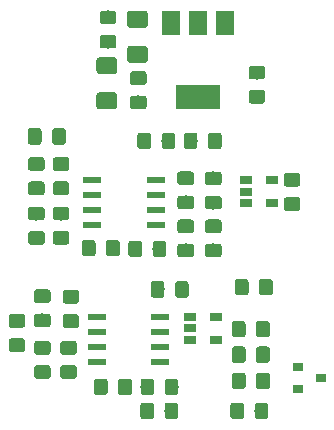
<source format=gbr>
G04 #@! TF.GenerationSoftware,KiCad,Pcbnew,(5.1.0)-1*
G04 #@! TF.CreationDate,2019-07-05T16:38:03+02:00*
G04 #@! TF.ProjectId,BSPD_SMD,42535044-5f53-44d4-942e-6b696361645f,rev?*
G04 #@! TF.SameCoordinates,Original*
G04 #@! TF.FileFunction,Paste,Top*
G04 #@! TF.FilePolarity,Positive*
%FSLAX46Y46*%
G04 Gerber Fmt 4.6, Leading zero omitted, Abs format (unit mm)*
G04 Created by KiCad (PCBNEW (5.1.0)-1) date 2019-07-05 16:38:03*
%MOMM*%
%LPD*%
G04 APERTURE LIST*
%ADD10R,1.060000X0.650000*%
%ADD11C,0.100000*%
%ADD12C,1.150000*%
%ADD13C,1.425000*%
%ADD14R,0.900000X0.800000*%
%ADD15R,1.550000X0.600000*%
%ADD16R,3.800000X2.000000*%
%ADD17R,1.500000X2.000000*%
G04 APERTURE END LIST*
D10*
X88110000Y-127300000D03*
X88110000Y-129200000D03*
X85910000Y-129200000D03*
X85910000Y-128250000D03*
X85910000Y-127300000D03*
D11*
G36*
X70769005Y-125337704D02*
G01*
X70793273Y-125341304D01*
X70817072Y-125347265D01*
X70840171Y-125355530D01*
X70862350Y-125366020D01*
X70883393Y-125378632D01*
X70903099Y-125393247D01*
X70921277Y-125409723D01*
X70937753Y-125427901D01*
X70952368Y-125447607D01*
X70964980Y-125468650D01*
X70975470Y-125490829D01*
X70983735Y-125513928D01*
X70989696Y-125537727D01*
X70993296Y-125561995D01*
X70994500Y-125586499D01*
X70994500Y-126236501D01*
X70993296Y-126261005D01*
X70989696Y-126285273D01*
X70983735Y-126309072D01*
X70975470Y-126332171D01*
X70964980Y-126354350D01*
X70952368Y-126375393D01*
X70937753Y-126395099D01*
X70921277Y-126413277D01*
X70903099Y-126429753D01*
X70883393Y-126444368D01*
X70862350Y-126456980D01*
X70840171Y-126467470D01*
X70817072Y-126475735D01*
X70793273Y-126481696D01*
X70769005Y-126485296D01*
X70744501Y-126486500D01*
X69844499Y-126486500D01*
X69819995Y-126485296D01*
X69795727Y-126481696D01*
X69771928Y-126475735D01*
X69748829Y-126467470D01*
X69726650Y-126456980D01*
X69705607Y-126444368D01*
X69685901Y-126429753D01*
X69667723Y-126413277D01*
X69651247Y-126395099D01*
X69636632Y-126375393D01*
X69624020Y-126354350D01*
X69613530Y-126332171D01*
X69605265Y-126309072D01*
X69599304Y-126285273D01*
X69595704Y-126261005D01*
X69594500Y-126236501D01*
X69594500Y-125586499D01*
X69595704Y-125561995D01*
X69599304Y-125537727D01*
X69605265Y-125513928D01*
X69613530Y-125490829D01*
X69624020Y-125468650D01*
X69636632Y-125447607D01*
X69651247Y-125427901D01*
X69667723Y-125409723D01*
X69685901Y-125393247D01*
X69705607Y-125378632D01*
X69726650Y-125366020D01*
X69748829Y-125355530D01*
X69771928Y-125347265D01*
X69795727Y-125341304D01*
X69819995Y-125337704D01*
X69844499Y-125336500D01*
X70744501Y-125336500D01*
X70769005Y-125337704D01*
X70769005Y-125337704D01*
G37*
D12*
X70294500Y-125911500D03*
D11*
G36*
X70769005Y-127387704D02*
G01*
X70793273Y-127391304D01*
X70817072Y-127397265D01*
X70840171Y-127405530D01*
X70862350Y-127416020D01*
X70883393Y-127428632D01*
X70903099Y-127443247D01*
X70921277Y-127459723D01*
X70937753Y-127477901D01*
X70952368Y-127497607D01*
X70964980Y-127518650D01*
X70975470Y-127540829D01*
X70983735Y-127563928D01*
X70989696Y-127587727D01*
X70993296Y-127611995D01*
X70994500Y-127636499D01*
X70994500Y-128286501D01*
X70993296Y-128311005D01*
X70989696Y-128335273D01*
X70983735Y-128359072D01*
X70975470Y-128382171D01*
X70964980Y-128404350D01*
X70952368Y-128425393D01*
X70937753Y-128445099D01*
X70921277Y-128463277D01*
X70903099Y-128479753D01*
X70883393Y-128494368D01*
X70862350Y-128506980D01*
X70840171Y-128517470D01*
X70817072Y-128525735D01*
X70793273Y-128531696D01*
X70769005Y-128535296D01*
X70744501Y-128536500D01*
X69844499Y-128536500D01*
X69819995Y-128535296D01*
X69795727Y-128531696D01*
X69771928Y-128525735D01*
X69748829Y-128517470D01*
X69726650Y-128506980D01*
X69705607Y-128494368D01*
X69685901Y-128479753D01*
X69667723Y-128463277D01*
X69651247Y-128445099D01*
X69636632Y-128425393D01*
X69624020Y-128404350D01*
X69613530Y-128382171D01*
X69605265Y-128359072D01*
X69599304Y-128335273D01*
X69595704Y-128311005D01*
X69594500Y-128286501D01*
X69594500Y-127636499D01*
X69595704Y-127611995D01*
X69599304Y-127587727D01*
X69605265Y-127563928D01*
X69613530Y-127540829D01*
X69624020Y-127518650D01*
X69636632Y-127497607D01*
X69651247Y-127477901D01*
X69667723Y-127459723D01*
X69685901Y-127443247D01*
X69705607Y-127428632D01*
X69726650Y-127416020D01*
X69748829Y-127405530D01*
X69771928Y-127397265D01*
X69795727Y-127391304D01*
X69819995Y-127387704D01*
X69844499Y-127386500D01*
X70744501Y-127386500D01*
X70769005Y-127387704D01*
X70769005Y-127387704D01*
G37*
D12*
X70294500Y-127961500D03*
D11*
G36*
X71594505Y-138627204D02*
G01*
X71618773Y-138630804D01*
X71642572Y-138636765D01*
X71665671Y-138645030D01*
X71687850Y-138655520D01*
X71708893Y-138668132D01*
X71728599Y-138682747D01*
X71746777Y-138699223D01*
X71763253Y-138717401D01*
X71777868Y-138737107D01*
X71790480Y-138758150D01*
X71800970Y-138780329D01*
X71809235Y-138803428D01*
X71815196Y-138827227D01*
X71818796Y-138851495D01*
X71820000Y-138875999D01*
X71820000Y-139526001D01*
X71818796Y-139550505D01*
X71815196Y-139574773D01*
X71809235Y-139598572D01*
X71800970Y-139621671D01*
X71790480Y-139643850D01*
X71777868Y-139664893D01*
X71763253Y-139684599D01*
X71746777Y-139702777D01*
X71728599Y-139719253D01*
X71708893Y-139733868D01*
X71687850Y-139746480D01*
X71665671Y-139756970D01*
X71642572Y-139765235D01*
X71618773Y-139771196D01*
X71594505Y-139774796D01*
X71570001Y-139776000D01*
X70669999Y-139776000D01*
X70645495Y-139774796D01*
X70621227Y-139771196D01*
X70597428Y-139765235D01*
X70574329Y-139756970D01*
X70552150Y-139746480D01*
X70531107Y-139733868D01*
X70511401Y-139719253D01*
X70493223Y-139702777D01*
X70476747Y-139684599D01*
X70462132Y-139664893D01*
X70449520Y-139643850D01*
X70439030Y-139621671D01*
X70430765Y-139598572D01*
X70424804Y-139574773D01*
X70421204Y-139550505D01*
X70420000Y-139526001D01*
X70420000Y-138875999D01*
X70421204Y-138851495D01*
X70424804Y-138827227D01*
X70430765Y-138803428D01*
X70439030Y-138780329D01*
X70449520Y-138758150D01*
X70462132Y-138737107D01*
X70476747Y-138717401D01*
X70493223Y-138699223D01*
X70511401Y-138682747D01*
X70531107Y-138668132D01*
X70552150Y-138655520D01*
X70574329Y-138645030D01*
X70597428Y-138636765D01*
X70621227Y-138630804D01*
X70645495Y-138627204D01*
X70669999Y-138626000D01*
X71570001Y-138626000D01*
X71594505Y-138627204D01*
X71594505Y-138627204D01*
G37*
D12*
X71120000Y-139201000D03*
D11*
G36*
X71594505Y-136577204D02*
G01*
X71618773Y-136580804D01*
X71642572Y-136586765D01*
X71665671Y-136595030D01*
X71687850Y-136605520D01*
X71708893Y-136618132D01*
X71728599Y-136632747D01*
X71746777Y-136649223D01*
X71763253Y-136667401D01*
X71777868Y-136687107D01*
X71790480Y-136708150D01*
X71800970Y-136730329D01*
X71809235Y-136753428D01*
X71815196Y-136777227D01*
X71818796Y-136801495D01*
X71820000Y-136825999D01*
X71820000Y-137476001D01*
X71818796Y-137500505D01*
X71815196Y-137524773D01*
X71809235Y-137548572D01*
X71800970Y-137571671D01*
X71790480Y-137593850D01*
X71777868Y-137614893D01*
X71763253Y-137634599D01*
X71746777Y-137652777D01*
X71728599Y-137669253D01*
X71708893Y-137683868D01*
X71687850Y-137696480D01*
X71665671Y-137706970D01*
X71642572Y-137715235D01*
X71618773Y-137721196D01*
X71594505Y-137724796D01*
X71570001Y-137726000D01*
X70669999Y-137726000D01*
X70645495Y-137724796D01*
X70621227Y-137721196D01*
X70597428Y-137715235D01*
X70574329Y-137706970D01*
X70552150Y-137696480D01*
X70531107Y-137683868D01*
X70511401Y-137669253D01*
X70493223Y-137652777D01*
X70476747Y-137634599D01*
X70462132Y-137614893D01*
X70449520Y-137593850D01*
X70439030Y-137571671D01*
X70430765Y-137548572D01*
X70424804Y-137524773D01*
X70421204Y-137500505D01*
X70420000Y-137476001D01*
X70420000Y-136825999D01*
X70421204Y-136801495D01*
X70424804Y-136777227D01*
X70430765Y-136753428D01*
X70439030Y-136730329D01*
X70449520Y-136708150D01*
X70462132Y-136687107D01*
X70476747Y-136667401D01*
X70493223Y-136649223D01*
X70511401Y-136632747D01*
X70531107Y-136618132D01*
X70552150Y-136605520D01*
X70574329Y-136595030D01*
X70597428Y-136586765D01*
X70621227Y-136580804D01*
X70645495Y-136577204D01*
X70669999Y-136576000D01*
X71570001Y-136576000D01*
X71594505Y-136577204D01*
X71594505Y-136577204D01*
G37*
D12*
X71120000Y-137151000D03*
D11*
G36*
X81310005Y-126535204D02*
G01*
X81334273Y-126538804D01*
X81358072Y-126544765D01*
X81381171Y-126553030D01*
X81403350Y-126563520D01*
X81424393Y-126576132D01*
X81444099Y-126590747D01*
X81462277Y-126607223D01*
X81478753Y-126625401D01*
X81493368Y-126645107D01*
X81505980Y-126666150D01*
X81516470Y-126688329D01*
X81524735Y-126711428D01*
X81530696Y-126735227D01*
X81534296Y-126759495D01*
X81535500Y-126783999D01*
X81535500Y-127434001D01*
X81534296Y-127458505D01*
X81530696Y-127482773D01*
X81524735Y-127506572D01*
X81516470Y-127529671D01*
X81505980Y-127551850D01*
X81493368Y-127572893D01*
X81478753Y-127592599D01*
X81462277Y-127610777D01*
X81444099Y-127627253D01*
X81424393Y-127641868D01*
X81403350Y-127654480D01*
X81381171Y-127664970D01*
X81358072Y-127673235D01*
X81334273Y-127679196D01*
X81310005Y-127682796D01*
X81285501Y-127684000D01*
X80385499Y-127684000D01*
X80360995Y-127682796D01*
X80336727Y-127679196D01*
X80312928Y-127673235D01*
X80289829Y-127664970D01*
X80267650Y-127654480D01*
X80246607Y-127641868D01*
X80226901Y-127627253D01*
X80208723Y-127610777D01*
X80192247Y-127592599D01*
X80177632Y-127572893D01*
X80165020Y-127551850D01*
X80154530Y-127529671D01*
X80146265Y-127506572D01*
X80140304Y-127482773D01*
X80136704Y-127458505D01*
X80135500Y-127434001D01*
X80135500Y-126783999D01*
X80136704Y-126759495D01*
X80140304Y-126735227D01*
X80146265Y-126711428D01*
X80154530Y-126688329D01*
X80165020Y-126666150D01*
X80177632Y-126645107D01*
X80192247Y-126625401D01*
X80208723Y-126607223D01*
X80226901Y-126590747D01*
X80246607Y-126576132D01*
X80267650Y-126563520D01*
X80289829Y-126553030D01*
X80312928Y-126544765D01*
X80336727Y-126538804D01*
X80360995Y-126535204D01*
X80385499Y-126534000D01*
X81285501Y-126534000D01*
X81310005Y-126535204D01*
X81310005Y-126535204D01*
G37*
D12*
X80835500Y-127109000D03*
D11*
G36*
X81310005Y-128585204D02*
G01*
X81334273Y-128588804D01*
X81358072Y-128594765D01*
X81381171Y-128603030D01*
X81403350Y-128613520D01*
X81424393Y-128626132D01*
X81444099Y-128640747D01*
X81462277Y-128657223D01*
X81478753Y-128675401D01*
X81493368Y-128695107D01*
X81505980Y-128716150D01*
X81516470Y-128738329D01*
X81524735Y-128761428D01*
X81530696Y-128785227D01*
X81534296Y-128809495D01*
X81535500Y-128833999D01*
X81535500Y-129484001D01*
X81534296Y-129508505D01*
X81530696Y-129532773D01*
X81524735Y-129556572D01*
X81516470Y-129579671D01*
X81505980Y-129601850D01*
X81493368Y-129622893D01*
X81478753Y-129642599D01*
X81462277Y-129660777D01*
X81444099Y-129677253D01*
X81424393Y-129691868D01*
X81403350Y-129704480D01*
X81381171Y-129714970D01*
X81358072Y-129723235D01*
X81334273Y-129729196D01*
X81310005Y-129732796D01*
X81285501Y-129734000D01*
X80385499Y-129734000D01*
X80360995Y-129732796D01*
X80336727Y-129729196D01*
X80312928Y-129723235D01*
X80289829Y-129714970D01*
X80267650Y-129704480D01*
X80246607Y-129691868D01*
X80226901Y-129677253D01*
X80208723Y-129660777D01*
X80192247Y-129642599D01*
X80177632Y-129622893D01*
X80165020Y-129601850D01*
X80154530Y-129579671D01*
X80146265Y-129556572D01*
X80140304Y-129532773D01*
X80136704Y-129508505D01*
X80135500Y-129484001D01*
X80135500Y-128833999D01*
X80136704Y-128809495D01*
X80140304Y-128785227D01*
X80146265Y-128761428D01*
X80154530Y-128738329D01*
X80165020Y-128716150D01*
X80177632Y-128695107D01*
X80192247Y-128675401D01*
X80208723Y-128657223D01*
X80226901Y-128640747D01*
X80246607Y-128626132D01*
X80267650Y-128613520D01*
X80289829Y-128603030D01*
X80312928Y-128594765D01*
X80336727Y-128588804D01*
X80360995Y-128585204D01*
X80385499Y-128584000D01*
X81285501Y-128584000D01*
X81310005Y-128585204D01*
X81310005Y-128585204D01*
G37*
D12*
X80835500Y-129159000D03*
D11*
G36*
X87734505Y-141350704D02*
G01*
X87758773Y-141354304D01*
X87782572Y-141360265D01*
X87805671Y-141368530D01*
X87827850Y-141379020D01*
X87848893Y-141391632D01*
X87868599Y-141406247D01*
X87886777Y-141422723D01*
X87903253Y-141440901D01*
X87917868Y-141460607D01*
X87930480Y-141481650D01*
X87940970Y-141503829D01*
X87949235Y-141526928D01*
X87955196Y-141550727D01*
X87958796Y-141574995D01*
X87960000Y-141599499D01*
X87960000Y-142499501D01*
X87958796Y-142524005D01*
X87955196Y-142548273D01*
X87949235Y-142572072D01*
X87940970Y-142595171D01*
X87930480Y-142617350D01*
X87917868Y-142638393D01*
X87903253Y-142658099D01*
X87886777Y-142676277D01*
X87868599Y-142692753D01*
X87848893Y-142707368D01*
X87827850Y-142719980D01*
X87805671Y-142730470D01*
X87782572Y-142738735D01*
X87758773Y-142744696D01*
X87734505Y-142748296D01*
X87710001Y-142749500D01*
X87059999Y-142749500D01*
X87035495Y-142748296D01*
X87011227Y-142744696D01*
X86987428Y-142738735D01*
X86964329Y-142730470D01*
X86942150Y-142719980D01*
X86921107Y-142707368D01*
X86901401Y-142692753D01*
X86883223Y-142676277D01*
X86866747Y-142658099D01*
X86852132Y-142638393D01*
X86839520Y-142617350D01*
X86829030Y-142595171D01*
X86820765Y-142572072D01*
X86814804Y-142548273D01*
X86811204Y-142524005D01*
X86810000Y-142499501D01*
X86810000Y-141599499D01*
X86811204Y-141574995D01*
X86814804Y-141550727D01*
X86820765Y-141526928D01*
X86829030Y-141503829D01*
X86839520Y-141481650D01*
X86852132Y-141460607D01*
X86866747Y-141440901D01*
X86883223Y-141422723D01*
X86901401Y-141406247D01*
X86921107Y-141391632D01*
X86942150Y-141379020D01*
X86964329Y-141368530D01*
X86987428Y-141360265D01*
X87011227Y-141354304D01*
X87035495Y-141350704D01*
X87059999Y-141349500D01*
X87710001Y-141349500D01*
X87734505Y-141350704D01*
X87734505Y-141350704D01*
G37*
D12*
X87385000Y-142049500D03*
D11*
G36*
X85684505Y-141350704D02*
G01*
X85708773Y-141354304D01*
X85732572Y-141360265D01*
X85755671Y-141368530D01*
X85777850Y-141379020D01*
X85798893Y-141391632D01*
X85818599Y-141406247D01*
X85836777Y-141422723D01*
X85853253Y-141440901D01*
X85867868Y-141460607D01*
X85880480Y-141481650D01*
X85890970Y-141503829D01*
X85899235Y-141526928D01*
X85905196Y-141550727D01*
X85908796Y-141574995D01*
X85910000Y-141599499D01*
X85910000Y-142499501D01*
X85908796Y-142524005D01*
X85905196Y-142548273D01*
X85899235Y-142572072D01*
X85890970Y-142595171D01*
X85880480Y-142617350D01*
X85867868Y-142638393D01*
X85853253Y-142658099D01*
X85836777Y-142676277D01*
X85818599Y-142692753D01*
X85798893Y-142707368D01*
X85777850Y-142719980D01*
X85755671Y-142730470D01*
X85732572Y-142738735D01*
X85708773Y-142744696D01*
X85684505Y-142748296D01*
X85660001Y-142749500D01*
X85009999Y-142749500D01*
X84985495Y-142748296D01*
X84961227Y-142744696D01*
X84937428Y-142738735D01*
X84914329Y-142730470D01*
X84892150Y-142719980D01*
X84871107Y-142707368D01*
X84851401Y-142692753D01*
X84833223Y-142676277D01*
X84816747Y-142658099D01*
X84802132Y-142638393D01*
X84789520Y-142617350D01*
X84779030Y-142595171D01*
X84770765Y-142572072D01*
X84764804Y-142548273D01*
X84761204Y-142524005D01*
X84760000Y-142499501D01*
X84760000Y-141599499D01*
X84761204Y-141574995D01*
X84764804Y-141550727D01*
X84770765Y-141526928D01*
X84779030Y-141503829D01*
X84789520Y-141481650D01*
X84802132Y-141460607D01*
X84816747Y-141440901D01*
X84833223Y-141422723D01*
X84851401Y-141406247D01*
X84871107Y-141391632D01*
X84892150Y-141379020D01*
X84914329Y-141368530D01*
X84937428Y-141360265D01*
X84961227Y-141354304D01*
X84985495Y-141350704D01*
X85009999Y-141349500D01*
X85660001Y-141349500D01*
X85684505Y-141350704D01*
X85684505Y-141350704D01*
G37*
D12*
X85335000Y-142049500D03*
D11*
G36*
X77408304Y-112939404D02*
G01*
X77432573Y-112943004D01*
X77456371Y-112948965D01*
X77479471Y-112957230D01*
X77501649Y-112967720D01*
X77522693Y-112980333D01*
X77542398Y-112994947D01*
X77560577Y-113011423D01*
X77577053Y-113029602D01*
X77591667Y-113049307D01*
X77604280Y-113070351D01*
X77614770Y-113092529D01*
X77623035Y-113115629D01*
X77628996Y-113139427D01*
X77632596Y-113163696D01*
X77633800Y-113188200D01*
X77633800Y-114113200D01*
X77632596Y-114137704D01*
X77628996Y-114161973D01*
X77623035Y-114185771D01*
X77614770Y-114208871D01*
X77604280Y-114231049D01*
X77591667Y-114252093D01*
X77577053Y-114271798D01*
X77560577Y-114289977D01*
X77542398Y-114306453D01*
X77522693Y-114321067D01*
X77501649Y-114333680D01*
X77479471Y-114344170D01*
X77456371Y-114352435D01*
X77432573Y-114358396D01*
X77408304Y-114361996D01*
X77383800Y-114363200D01*
X76133800Y-114363200D01*
X76109296Y-114361996D01*
X76085027Y-114358396D01*
X76061229Y-114352435D01*
X76038129Y-114344170D01*
X76015951Y-114333680D01*
X75994907Y-114321067D01*
X75975202Y-114306453D01*
X75957023Y-114289977D01*
X75940547Y-114271798D01*
X75925933Y-114252093D01*
X75913320Y-114231049D01*
X75902830Y-114208871D01*
X75894565Y-114185771D01*
X75888604Y-114161973D01*
X75885004Y-114137704D01*
X75883800Y-114113200D01*
X75883800Y-113188200D01*
X75885004Y-113163696D01*
X75888604Y-113139427D01*
X75894565Y-113115629D01*
X75902830Y-113092529D01*
X75913320Y-113070351D01*
X75925933Y-113049307D01*
X75940547Y-113029602D01*
X75957023Y-113011423D01*
X75975202Y-112994947D01*
X75994907Y-112980333D01*
X76015951Y-112967720D01*
X76038129Y-112957230D01*
X76061229Y-112948965D01*
X76085027Y-112943004D01*
X76109296Y-112939404D01*
X76133800Y-112938200D01*
X77383800Y-112938200D01*
X77408304Y-112939404D01*
X77408304Y-112939404D01*
G37*
D13*
X76758800Y-113650700D03*
D11*
G36*
X77408304Y-115914404D02*
G01*
X77432573Y-115918004D01*
X77456371Y-115923965D01*
X77479471Y-115932230D01*
X77501649Y-115942720D01*
X77522693Y-115955333D01*
X77542398Y-115969947D01*
X77560577Y-115986423D01*
X77577053Y-116004602D01*
X77591667Y-116024307D01*
X77604280Y-116045351D01*
X77614770Y-116067529D01*
X77623035Y-116090629D01*
X77628996Y-116114427D01*
X77632596Y-116138696D01*
X77633800Y-116163200D01*
X77633800Y-117088200D01*
X77632596Y-117112704D01*
X77628996Y-117136973D01*
X77623035Y-117160771D01*
X77614770Y-117183871D01*
X77604280Y-117206049D01*
X77591667Y-117227093D01*
X77577053Y-117246798D01*
X77560577Y-117264977D01*
X77542398Y-117281453D01*
X77522693Y-117296067D01*
X77501649Y-117308680D01*
X77479471Y-117319170D01*
X77456371Y-117327435D01*
X77432573Y-117333396D01*
X77408304Y-117336996D01*
X77383800Y-117338200D01*
X76133800Y-117338200D01*
X76109296Y-117336996D01*
X76085027Y-117333396D01*
X76061229Y-117327435D01*
X76038129Y-117319170D01*
X76015951Y-117308680D01*
X75994907Y-117296067D01*
X75975202Y-117281453D01*
X75957023Y-117264977D01*
X75940547Y-117246798D01*
X75925933Y-117227093D01*
X75913320Y-117206049D01*
X75902830Y-117183871D01*
X75894565Y-117160771D01*
X75888604Y-117136973D01*
X75885004Y-117112704D01*
X75883800Y-117088200D01*
X75883800Y-116163200D01*
X75885004Y-116138696D01*
X75888604Y-116114427D01*
X75894565Y-116090629D01*
X75902830Y-116067529D01*
X75913320Y-116045351D01*
X75925933Y-116024307D01*
X75940547Y-116004602D01*
X75957023Y-115986423D01*
X75975202Y-115969947D01*
X75994907Y-115955333D01*
X76015951Y-115942720D01*
X76038129Y-115932230D01*
X76061229Y-115923965D01*
X76085027Y-115918004D01*
X76109296Y-115914404D01*
X76133800Y-115913200D01*
X77383800Y-115913200D01*
X77408304Y-115914404D01*
X77408304Y-115914404D01*
G37*
D13*
X76758800Y-116625700D03*
D11*
G36*
X74744105Y-112929804D02*
G01*
X74768373Y-112933404D01*
X74792172Y-112939365D01*
X74815271Y-112947630D01*
X74837450Y-112958120D01*
X74858493Y-112970732D01*
X74878199Y-112985347D01*
X74896377Y-113001823D01*
X74912853Y-113020001D01*
X74927468Y-113039707D01*
X74940080Y-113060750D01*
X74950570Y-113082929D01*
X74958835Y-113106028D01*
X74964796Y-113129827D01*
X74968396Y-113154095D01*
X74969600Y-113178599D01*
X74969600Y-113828601D01*
X74968396Y-113853105D01*
X74964796Y-113877373D01*
X74958835Y-113901172D01*
X74950570Y-113924271D01*
X74940080Y-113946450D01*
X74927468Y-113967493D01*
X74912853Y-113987199D01*
X74896377Y-114005377D01*
X74878199Y-114021853D01*
X74858493Y-114036468D01*
X74837450Y-114049080D01*
X74815271Y-114059570D01*
X74792172Y-114067835D01*
X74768373Y-114073796D01*
X74744105Y-114077396D01*
X74719601Y-114078600D01*
X73819599Y-114078600D01*
X73795095Y-114077396D01*
X73770827Y-114073796D01*
X73747028Y-114067835D01*
X73723929Y-114059570D01*
X73701750Y-114049080D01*
X73680707Y-114036468D01*
X73661001Y-114021853D01*
X73642823Y-114005377D01*
X73626347Y-113987199D01*
X73611732Y-113967493D01*
X73599120Y-113946450D01*
X73588630Y-113924271D01*
X73580365Y-113901172D01*
X73574404Y-113877373D01*
X73570804Y-113853105D01*
X73569600Y-113828601D01*
X73569600Y-113178599D01*
X73570804Y-113154095D01*
X73574404Y-113129827D01*
X73580365Y-113106028D01*
X73588630Y-113082929D01*
X73599120Y-113060750D01*
X73611732Y-113039707D01*
X73626347Y-113020001D01*
X73642823Y-113001823D01*
X73661001Y-112985347D01*
X73680707Y-112970732D01*
X73701750Y-112958120D01*
X73723929Y-112947630D01*
X73747028Y-112939365D01*
X73770827Y-112933404D01*
X73795095Y-112929804D01*
X73819599Y-112928600D01*
X74719601Y-112928600D01*
X74744105Y-112929804D01*
X74744105Y-112929804D01*
G37*
D12*
X74269600Y-113503600D03*
D11*
G36*
X74744105Y-114979804D02*
G01*
X74768373Y-114983404D01*
X74792172Y-114989365D01*
X74815271Y-114997630D01*
X74837450Y-115008120D01*
X74858493Y-115020732D01*
X74878199Y-115035347D01*
X74896377Y-115051823D01*
X74912853Y-115070001D01*
X74927468Y-115089707D01*
X74940080Y-115110750D01*
X74950570Y-115132929D01*
X74958835Y-115156028D01*
X74964796Y-115179827D01*
X74968396Y-115204095D01*
X74969600Y-115228599D01*
X74969600Y-115878601D01*
X74968396Y-115903105D01*
X74964796Y-115927373D01*
X74958835Y-115951172D01*
X74950570Y-115974271D01*
X74940080Y-115996450D01*
X74927468Y-116017493D01*
X74912853Y-116037199D01*
X74896377Y-116055377D01*
X74878199Y-116071853D01*
X74858493Y-116086468D01*
X74837450Y-116099080D01*
X74815271Y-116109570D01*
X74792172Y-116117835D01*
X74768373Y-116123796D01*
X74744105Y-116127396D01*
X74719601Y-116128600D01*
X73819599Y-116128600D01*
X73795095Y-116127396D01*
X73770827Y-116123796D01*
X73747028Y-116117835D01*
X73723929Y-116109570D01*
X73701750Y-116099080D01*
X73680707Y-116086468D01*
X73661001Y-116071853D01*
X73642823Y-116055377D01*
X73626347Y-116037199D01*
X73611732Y-116017493D01*
X73599120Y-115996450D01*
X73588630Y-115974271D01*
X73580365Y-115951172D01*
X73574404Y-115927373D01*
X73570804Y-115903105D01*
X73569600Y-115878601D01*
X73569600Y-115228599D01*
X73570804Y-115204095D01*
X73574404Y-115179827D01*
X73580365Y-115156028D01*
X73588630Y-115132929D01*
X73599120Y-115110750D01*
X73611732Y-115089707D01*
X73626347Y-115070001D01*
X73642823Y-115051823D01*
X73661001Y-115035347D01*
X73680707Y-115020732D01*
X73701750Y-115008120D01*
X73723929Y-114997630D01*
X73747028Y-114989365D01*
X73770827Y-114983404D01*
X73795095Y-114979804D01*
X73819599Y-114978600D01*
X74719601Y-114978600D01*
X74744105Y-114979804D01*
X74744105Y-114979804D01*
G37*
D12*
X74269600Y-115553600D03*
D11*
G36*
X77309505Y-120110604D02*
G01*
X77333773Y-120114204D01*
X77357572Y-120120165D01*
X77380671Y-120128430D01*
X77402850Y-120138920D01*
X77423893Y-120151532D01*
X77443599Y-120166147D01*
X77461777Y-120182623D01*
X77478253Y-120200801D01*
X77492868Y-120220507D01*
X77505480Y-120241550D01*
X77515970Y-120263729D01*
X77524235Y-120286828D01*
X77530196Y-120310627D01*
X77533796Y-120334895D01*
X77535000Y-120359399D01*
X77535000Y-121009401D01*
X77533796Y-121033905D01*
X77530196Y-121058173D01*
X77524235Y-121081972D01*
X77515970Y-121105071D01*
X77505480Y-121127250D01*
X77492868Y-121148293D01*
X77478253Y-121167999D01*
X77461777Y-121186177D01*
X77443599Y-121202653D01*
X77423893Y-121217268D01*
X77402850Y-121229880D01*
X77380671Y-121240370D01*
X77357572Y-121248635D01*
X77333773Y-121254596D01*
X77309505Y-121258196D01*
X77285001Y-121259400D01*
X76384999Y-121259400D01*
X76360495Y-121258196D01*
X76336227Y-121254596D01*
X76312428Y-121248635D01*
X76289329Y-121240370D01*
X76267150Y-121229880D01*
X76246107Y-121217268D01*
X76226401Y-121202653D01*
X76208223Y-121186177D01*
X76191747Y-121167999D01*
X76177132Y-121148293D01*
X76164520Y-121127250D01*
X76154030Y-121105071D01*
X76145765Y-121081972D01*
X76139804Y-121058173D01*
X76136204Y-121033905D01*
X76135000Y-121009401D01*
X76135000Y-120359399D01*
X76136204Y-120334895D01*
X76139804Y-120310627D01*
X76145765Y-120286828D01*
X76154030Y-120263729D01*
X76164520Y-120241550D01*
X76177132Y-120220507D01*
X76191747Y-120200801D01*
X76208223Y-120182623D01*
X76226401Y-120166147D01*
X76246107Y-120151532D01*
X76267150Y-120138920D01*
X76289329Y-120128430D01*
X76312428Y-120120165D01*
X76336227Y-120114204D01*
X76360495Y-120110604D01*
X76384999Y-120109400D01*
X77285001Y-120109400D01*
X77309505Y-120110604D01*
X77309505Y-120110604D01*
G37*
D12*
X76835000Y-120684400D03*
D11*
G36*
X77309505Y-118060604D02*
G01*
X77333773Y-118064204D01*
X77357572Y-118070165D01*
X77380671Y-118078430D01*
X77402850Y-118088920D01*
X77423893Y-118101532D01*
X77443599Y-118116147D01*
X77461777Y-118132623D01*
X77478253Y-118150801D01*
X77492868Y-118170507D01*
X77505480Y-118191550D01*
X77515970Y-118213729D01*
X77524235Y-118236828D01*
X77530196Y-118260627D01*
X77533796Y-118284895D01*
X77535000Y-118309399D01*
X77535000Y-118959401D01*
X77533796Y-118983905D01*
X77530196Y-119008173D01*
X77524235Y-119031972D01*
X77515970Y-119055071D01*
X77505480Y-119077250D01*
X77492868Y-119098293D01*
X77478253Y-119117999D01*
X77461777Y-119136177D01*
X77443599Y-119152653D01*
X77423893Y-119167268D01*
X77402850Y-119179880D01*
X77380671Y-119190370D01*
X77357572Y-119198635D01*
X77333773Y-119204596D01*
X77309505Y-119208196D01*
X77285001Y-119209400D01*
X76384999Y-119209400D01*
X76360495Y-119208196D01*
X76336227Y-119204596D01*
X76312428Y-119198635D01*
X76289329Y-119190370D01*
X76267150Y-119179880D01*
X76246107Y-119167268D01*
X76226401Y-119152653D01*
X76208223Y-119136177D01*
X76191747Y-119117999D01*
X76177132Y-119098293D01*
X76164520Y-119077250D01*
X76154030Y-119055071D01*
X76145765Y-119031972D01*
X76139804Y-119008173D01*
X76136204Y-118983905D01*
X76135000Y-118959401D01*
X76135000Y-118309399D01*
X76136204Y-118284895D01*
X76139804Y-118260627D01*
X76145765Y-118236828D01*
X76154030Y-118213729D01*
X76164520Y-118191550D01*
X76177132Y-118170507D01*
X76191747Y-118150801D01*
X76208223Y-118132623D01*
X76226401Y-118116147D01*
X76246107Y-118101532D01*
X76267150Y-118088920D01*
X76289329Y-118078430D01*
X76312428Y-118070165D01*
X76336227Y-118064204D01*
X76360495Y-118060604D01*
X76384999Y-118059400D01*
X77285001Y-118059400D01*
X77309505Y-118060604D01*
X77309505Y-118060604D01*
G37*
D12*
X76835000Y-118634400D03*
D11*
G36*
X74817504Y-116876404D02*
G01*
X74841773Y-116880004D01*
X74865571Y-116885965D01*
X74888671Y-116894230D01*
X74910849Y-116904720D01*
X74931893Y-116917333D01*
X74951598Y-116931947D01*
X74969777Y-116948423D01*
X74986253Y-116966602D01*
X75000867Y-116986307D01*
X75013480Y-117007351D01*
X75023970Y-117029529D01*
X75032235Y-117052629D01*
X75038196Y-117076427D01*
X75041796Y-117100696D01*
X75043000Y-117125200D01*
X75043000Y-118050200D01*
X75041796Y-118074704D01*
X75038196Y-118098973D01*
X75032235Y-118122771D01*
X75023970Y-118145871D01*
X75013480Y-118168049D01*
X75000867Y-118189093D01*
X74986253Y-118208798D01*
X74969777Y-118226977D01*
X74951598Y-118243453D01*
X74931893Y-118258067D01*
X74910849Y-118270680D01*
X74888671Y-118281170D01*
X74865571Y-118289435D01*
X74841773Y-118295396D01*
X74817504Y-118298996D01*
X74793000Y-118300200D01*
X73543000Y-118300200D01*
X73518496Y-118298996D01*
X73494227Y-118295396D01*
X73470429Y-118289435D01*
X73447329Y-118281170D01*
X73425151Y-118270680D01*
X73404107Y-118258067D01*
X73384402Y-118243453D01*
X73366223Y-118226977D01*
X73349747Y-118208798D01*
X73335133Y-118189093D01*
X73322520Y-118168049D01*
X73312030Y-118145871D01*
X73303765Y-118122771D01*
X73297804Y-118098973D01*
X73294204Y-118074704D01*
X73293000Y-118050200D01*
X73293000Y-117125200D01*
X73294204Y-117100696D01*
X73297804Y-117076427D01*
X73303765Y-117052629D01*
X73312030Y-117029529D01*
X73322520Y-117007351D01*
X73335133Y-116986307D01*
X73349747Y-116966602D01*
X73366223Y-116948423D01*
X73384402Y-116931947D01*
X73404107Y-116917333D01*
X73425151Y-116904720D01*
X73447329Y-116894230D01*
X73470429Y-116885965D01*
X73494227Y-116880004D01*
X73518496Y-116876404D01*
X73543000Y-116875200D01*
X74793000Y-116875200D01*
X74817504Y-116876404D01*
X74817504Y-116876404D01*
G37*
D13*
X74168000Y-117587700D03*
D11*
G36*
X74817504Y-119851404D02*
G01*
X74841773Y-119855004D01*
X74865571Y-119860965D01*
X74888671Y-119869230D01*
X74910849Y-119879720D01*
X74931893Y-119892333D01*
X74951598Y-119906947D01*
X74969777Y-119923423D01*
X74986253Y-119941602D01*
X75000867Y-119961307D01*
X75013480Y-119982351D01*
X75023970Y-120004529D01*
X75032235Y-120027629D01*
X75038196Y-120051427D01*
X75041796Y-120075696D01*
X75043000Y-120100200D01*
X75043000Y-121025200D01*
X75041796Y-121049704D01*
X75038196Y-121073973D01*
X75032235Y-121097771D01*
X75023970Y-121120871D01*
X75013480Y-121143049D01*
X75000867Y-121164093D01*
X74986253Y-121183798D01*
X74969777Y-121201977D01*
X74951598Y-121218453D01*
X74931893Y-121233067D01*
X74910849Y-121245680D01*
X74888671Y-121256170D01*
X74865571Y-121264435D01*
X74841773Y-121270396D01*
X74817504Y-121273996D01*
X74793000Y-121275200D01*
X73543000Y-121275200D01*
X73518496Y-121273996D01*
X73494227Y-121270396D01*
X73470429Y-121264435D01*
X73447329Y-121256170D01*
X73425151Y-121245680D01*
X73404107Y-121233067D01*
X73384402Y-121218453D01*
X73366223Y-121201977D01*
X73349747Y-121183798D01*
X73335133Y-121164093D01*
X73322520Y-121143049D01*
X73312030Y-121120871D01*
X73303765Y-121097771D01*
X73297804Y-121073973D01*
X73294204Y-121049704D01*
X73293000Y-121025200D01*
X73293000Y-120100200D01*
X73294204Y-120075696D01*
X73297804Y-120051427D01*
X73303765Y-120027629D01*
X73312030Y-120004529D01*
X73322520Y-119982351D01*
X73335133Y-119961307D01*
X73349747Y-119941602D01*
X73366223Y-119923423D01*
X73384402Y-119906947D01*
X73404107Y-119892333D01*
X73425151Y-119879720D01*
X73447329Y-119869230D01*
X73470429Y-119860965D01*
X73494227Y-119855004D01*
X73518496Y-119851404D01*
X73543000Y-119850200D01*
X74793000Y-119850200D01*
X74817504Y-119851404D01*
X74817504Y-119851404D01*
G37*
D13*
X74168000Y-120562700D03*
D11*
G36*
X87988505Y-135635704D02*
G01*
X88012773Y-135639304D01*
X88036572Y-135645265D01*
X88059671Y-135653530D01*
X88081850Y-135664020D01*
X88102893Y-135676632D01*
X88122599Y-135691247D01*
X88140777Y-135707723D01*
X88157253Y-135725901D01*
X88171868Y-135745607D01*
X88184480Y-135766650D01*
X88194970Y-135788829D01*
X88203235Y-135811928D01*
X88209196Y-135835727D01*
X88212796Y-135859995D01*
X88214000Y-135884499D01*
X88214000Y-136784501D01*
X88212796Y-136809005D01*
X88209196Y-136833273D01*
X88203235Y-136857072D01*
X88194970Y-136880171D01*
X88184480Y-136902350D01*
X88171868Y-136923393D01*
X88157253Y-136943099D01*
X88140777Y-136961277D01*
X88122599Y-136977753D01*
X88102893Y-136992368D01*
X88081850Y-137004980D01*
X88059671Y-137015470D01*
X88036572Y-137023735D01*
X88012773Y-137029696D01*
X87988505Y-137033296D01*
X87964001Y-137034500D01*
X87313999Y-137034500D01*
X87289495Y-137033296D01*
X87265227Y-137029696D01*
X87241428Y-137023735D01*
X87218329Y-137015470D01*
X87196150Y-137004980D01*
X87175107Y-136992368D01*
X87155401Y-136977753D01*
X87137223Y-136961277D01*
X87120747Y-136943099D01*
X87106132Y-136923393D01*
X87093520Y-136902350D01*
X87083030Y-136880171D01*
X87074765Y-136857072D01*
X87068804Y-136833273D01*
X87065204Y-136809005D01*
X87064000Y-136784501D01*
X87064000Y-135884499D01*
X87065204Y-135859995D01*
X87068804Y-135835727D01*
X87074765Y-135811928D01*
X87083030Y-135788829D01*
X87093520Y-135766650D01*
X87106132Y-135745607D01*
X87120747Y-135725901D01*
X87137223Y-135707723D01*
X87155401Y-135691247D01*
X87175107Y-135676632D01*
X87196150Y-135664020D01*
X87218329Y-135653530D01*
X87241428Y-135645265D01*
X87265227Y-135639304D01*
X87289495Y-135635704D01*
X87313999Y-135634500D01*
X87964001Y-135634500D01*
X87988505Y-135635704D01*
X87988505Y-135635704D01*
G37*
D12*
X87639000Y-136334500D03*
D11*
G36*
X85938505Y-135635704D02*
G01*
X85962773Y-135639304D01*
X85986572Y-135645265D01*
X86009671Y-135653530D01*
X86031850Y-135664020D01*
X86052893Y-135676632D01*
X86072599Y-135691247D01*
X86090777Y-135707723D01*
X86107253Y-135725901D01*
X86121868Y-135745607D01*
X86134480Y-135766650D01*
X86144970Y-135788829D01*
X86153235Y-135811928D01*
X86159196Y-135835727D01*
X86162796Y-135859995D01*
X86164000Y-135884499D01*
X86164000Y-136784501D01*
X86162796Y-136809005D01*
X86159196Y-136833273D01*
X86153235Y-136857072D01*
X86144970Y-136880171D01*
X86134480Y-136902350D01*
X86121868Y-136923393D01*
X86107253Y-136943099D01*
X86090777Y-136961277D01*
X86072599Y-136977753D01*
X86052893Y-136992368D01*
X86031850Y-137004980D01*
X86009671Y-137015470D01*
X85986572Y-137023735D01*
X85962773Y-137029696D01*
X85938505Y-137033296D01*
X85914001Y-137034500D01*
X85263999Y-137034500D01*
X85239495Y-137033296D01*
X85215227Y-137029696D01*
X85191428Y-137023735D01*
X85168329Y-137015470D01*
X85146150Y-137004980D01*
X85125107Y-136992368D01*
X85105401Y-136977753D01*
X85087223Y-136961277D01*
X85070747Y-136943099D01*
X85056132Y-136923393D01*
X85043520Y-136902350D01*
X85033030Y-136880171D01*
X85024765Y-136857072D01*
X85018804Y-136833273D01*
X85015204Y-136809005D01*
X85014000Y-136784501D01*
X85014000Y-135884499D01*
X85015204Y-135859995D01*
X85018804Y-135835727D01*
X85024765Y-135811928D01*
X85033030Y-135788829D01*
X85043520Y-135766650D01*
X85056132Y-135745607D01*
X85070747Y-135725901D01*
X85087223Y-135707723D01*
X85105401Y-135691247D01*
X85125107Y-135676632D01*
X85146150Y-135664020D01*
X85168329Y-135653530D01*
X85191428Y-135645265D01*
X85215227Y-135639304D01*
X85239495Y-135635704D01*
X85263999Y-135634500D01*
X85914001Y-135634500D01*
X85938505Y-135635704D01*
X85938505Y-135635704D01*
G37*
D12*
X85589000Y-136334500D03*
D11*
G36*
X90327005Y-126671204D02*
G01*
X90351273Y-126674804D01*
X90375072Y-126680765D01*
X90398171Y-126689030D01*
X90420350Y-126699520D01*
X90441393Y-126712132D01*
X90461099Y-126726747D01*
X90479277Y-126743223D01*
X90495753Y-126761401D01*
X90510368Y-126781107D01*
X90522980Y-126802150D01*
X90533470Y-126824329D01*
X90541735Y-126847428D01*
X90547696Y-126871227D01*
X90551296Y-126895495D01*
X90552500Y-126919999D01*
X90552500Y-127570001D01*
X90551296Y-127594505D01*
X90547696Y-127618773D01*
X90541735Y-127642572D01*
X90533470Y-127665671D01*
X90522980Y-127687850D01*
X90510368Y-127708893D01*
X90495753Y-127728599D01*
X90479277Y-127746777D01*
X90461099Y-127763253D01*
X90441393Y-127777868D01*
X90420350Y-127790480D01*
X90398171Y-127800970D01*
X90375072Y-127809235D01*
X90351273Y-127815196D01*
X90327005Y-127818796D01*
X90302501Y-127820000D01*
X89402499Y-127820000D01*
X89377995Y-127818796D01*
X89353727Y-127815196D01*
X89329928Y-127809235D01*
X89306829Y-127800970D01*
X89284650Y-127790480D01*
X89263607Y-127777868D01*
X89243901Y-127763253D01*
X89225723Y-127746777D01*
X89209247Y-127728599D01*
X89194632Y-127708893D01*
X89182020Y-127687850D01*
X89171530Y-127665671D01*
X89163265Y-127642572D01*
X89157304Y-127618773D01*
X89153704Y-127594505D01*
X89152500Y-127570001D01*
X89152500Y-126919999D01*
X89153704Y-126895495D01*
X89157304Y-126871227D01*
X89163265Y-126847428D01*
X89171530Y-126824329D01*
X89182020Y-126802150D01*
X89194632Y-126781107D01*
X89209247Y-126761401D01*
X89225723Y-126743223D01*
X89243901Y-126726747D01*
X89263607Y-126712132D01*
X89284650Y-126699520D01*
X89306829Y-126689030D01*
X89329928Y-126680765D01*
X89353727Y-126674804D01*
X89377995Y-126671204D01*
X89402499Y-126670000D01*
X90302501Y-126670000D01*
X90327005Y-126671204D01*
X90327005Y-126671204D01*
G37*
D12*
X89852500Y-127245000D03*
D11*
G36*
X90327005Y-128721204D02*
G01*
X90351273Y-128724804D01*
X90375072Y-128730765D01*
X90398171Y-128739030D01*
X90420350Y-128749520D01*
X90441393Y-128762132D01*
X90461099Y-128776747D01*
X90479277Y-128793223D01*
X90495753Y-128811401D01*
X90510368Y-128831107D01*
X90522980Y-128852150D01*
X90533470Y-128874329D01*
X90541735Y-128897428D01*
X90547696Y-128921227D01*
X90551296Y-128945495D01*
X90552500Y-128969999D01*
X90552500Y-129620001D01*
X90551296Y-129644505D01*
X90547696Y-129668773D01*
X90541735Y-129692572D01*
X90533470Y-129715671D01*
X90522980Y-129737850D01*
X90510368Y-129758893D01*
X90495753Y-129778599D01*
X90479277Y-129796777D01*
X90461099Y-129813253D01*
X90441393Y-129827868D01*
X90420350Y-129840480D01*
X90398171Y-129850970D01*
X90375072Y-129859235D01*
X90351273Y-129865196D01*
X90327005Y-129868796D01*
X90302501Y-129870000D01*
X89402499Y-129870000D01*
X89377995Y-129868796D01*
X89353727Y-129865196D01*
X89329928Y-129859235D01*
X89306829Y-129850970D01*
X89284650Y-129840480D01*
X89263607Y-129827868D01*
X89243901Y-129813253D01*
X89225723Y-129796777D01*
X89209247Y-129778599D01*
X89194632Y-129758893D01*
X89182020Y-129737850D01*
X89171530Y-129715671D01*
X89163265Y-129692572D01*
X89157304Y-129668773D01*
X89153704Y-129644505D01*
X89152500Y-129620001D01*
X89152500Y-128969999D01*
X89153704Y-128945495D01*
X89157304Y-128921227D01*
X89163265Y-128897428D01*
X89171530Y-128874329D01*
X89182020Y-128852150D01*
X89194632Y-128831107D01*
X89209247Y-128811401D01*
X89225723Y-128793223D01*
X89243901Y-128776747D01*
X89263607Y-128762132D01*
X89284650Y-128749520D01*
X89306829Y-128739030D01*
X89329928Y-128730765D01*
X89353727Y-128724804D01*
X89377995Y-128721204D01*
X89402499Y-128720000D01*
X90302501Y-128720000D01*
X90327005Y-128721204D01*
X90327005Y-128721204D01*
G37*
D12*
X89852500Y-129295000D03*
D11*
G36*
X87342505Y-117590704D02*
G01*
X87366773Y-117594304D01*
X87390572Y-117600265D01*
X87413671Y-117608530D01*
X87435850Y-117619020D01*
X87456893Y-117631632D01*
X87476599Y-117646247D01*
X87494777Y-117662723D01*
X87511253Y-117680901D01*
X87525868Y-117700607D01*
X87538480Y-117721650D01*
X87548970Y-117743829D01*
X87557235Y-117766928D01*
X87563196Y-117790727D01*
X87566796Y-117814995D01*
X87568000Y-117839499D01*
X87568000Y-118489501D01*
X87566796Y-118514005D01*
X87563196Y-118538273D01*
X87557235Y-118562072D01*
X87548970Y-118585171D01*
X87538480Y-118607350D01*
X87525868Y-118628393D01*
X87511253Y-118648099D01*
X87494777Y-118666277D01*
X87476599Y-118682753D01*
X87456893Y-118697368D01*
X87435850Y-118709980D01*
X87413671Y-118720470D01*
X87390572Y-118728735D01*
X87366773Y-118734696D01*
X87342505Y-118738296D01*
X87318001Y-118739500D01*
X86417999Y-118739500D01*
X86393495Y-118738296D01*
X86369227Y-118734696D01*
X86345428Y-118728735D01*
X86322329Y-118720470D01*
X86300150Y-118709980D01*
X86279107Y-118697368D01*
X86259401Y-118682753D01*
X86241223Y-118666277D01*
X86224747Y-118648099D01*
X86210132Y-118628393D01*
X86197520Y-118607350D01*
X86187030Y-118585171D01*
X86178765Y-118562072D01*
X86172804Y-118538273D01*
X86169204Y-118514005D01*
X86168000Y-118489501D01*
X86168000Y-117839499D01*
X86169204Y-117814995D01*
X86172804Y-117790727D01*
X86178765Y-117766928D01*
X86187030Y-117743829D01*
X86197520Y-117721650D01*
X86210132Y-117700607D01*
X86224747Y-117680901D01*
X86241223Y-117662723D01*
X86259401Y-117646247D01*
X86279107Y-117631632D01*
X86300150Y-117619020D01*
X86322329Y-117608530D01*
X86345428Y-117600265D01*
X86369227Y-117594304D01*
X86393495Y-117590704D01*
X86417999Y-117589500D01*
X87318001Y-117589500D01*
X87342505Y-117590704D01*
X87342505Y-117590704D01*
G37*
D12*
X86868000Y-118164500D03*
D11*
G36*
X87342505Y-119640704D02*
G01*
X87366773Y-119644304D01*
X87390572Y-119650265D01*
X87413671Y-119658530D01*
X87435850Y-119669020D01*
X87456893Y-119681632D01*
X87476599Y-119696247D01*
X87494777Y-119712723D01*
X87511253Y-119730901D01*
X87525868Y-119750607D01*
X87538480Y-119771650D01*
X87548970Y-119793829D01*
X87557235Y-119816928D01*
X87563196Y-119840727D01*
X87566796Y-119864995D01*
X87568000Y-119889499D01*
X87568000Y-120539501D01*
X87566796Y-120564005D01*
X87563196Y-120588273D01*
X87557235Y-120612072D01*
X87548970Y-120635171D01*
X87538480Y-120657350D01*
X87525868Y-120678393D01*
X87511253Y-120698099D01*
X87494777Y-120716277D01*
X87476599Y-120732753D01*
X87456893Y-120747368D01*
X87435850Y-120759980D01*
X87413671Y-120770470D01*
X87390572Y-120778735D01*
X87366773Y-120784696D01*
X87342505Y-120788296D01*
X87318001Y-120789500D01*
X86417999Y-120789500D01*
X86393495Y-120788296D01*
X86369227Y-120784696D01*
X86345428Y-120778735D01*
X86322329Y-120770470D01*
X86300150Y-120759980D01*
X86279107Y-120747368D01*
X86259401Y-120732753D01*
X86241223Y-120716277D01*
X86224747Y-120698099D01*
X86210132Y-120678393D01*
X86197520Y-120657350D01*
X86187030Y-120635171D01*
X86178765Y-120612072D01*
X86172804Y-120588273D01*
X86169204Y-120564005D01*
X86168000Y-120539501D01*
X86168000Y-119889499D01*
X86169204Y-119864995D01*
X86172804Y-119840727D01*
X86178765Y-119816928D01*
X86187030Y-119793829D01*
X86197520Y-119771650D01*
X86210132Y-119750607D01*
X86224747Y-119730901D01*
X86241223Y-119712723D01*
X86259401Y-119696247D01*
X86279107Y-119681632D01*
X86300150Y-119669020D01*
X86322329Y-119658530D01*
X86345428Y-119650265D01*
X86369227Y-119644304D01*
X86393495Y-119640704D01*
X86417999Y-119639500D01*
X87318001Y-119639500D01*
X87342505Y-119640704D01*
X87342505Y-119640704D01*
G37*
D12*
X86868000Y-120214500D03*
D11*
G36*
X72984505Y-132333704D02*
G01*
X73008773Y-132337304D01*
X73032572Y-132343265D01*
X73055671Y-132351530D01*
X73077850Y-132362020D01*
X73098893Y-132374632D01*
X73118599Y-132389247D01*
X73136777Y-132405723D01*
X73153253Y-132423901D01*
X73167868Y-132443607D01*
X73180480Y-132464650D01*
X73190970Y-132486829D01*
X73199235Y-132509928D01*
X73205196Y-132533727D01*
X73208796Y-132557995D01*
X73210000Y-132582499D01*
X73210000Y-133482501D01*
X73208796Y-133507005D01*
X73205196Y-133531273D01*
X73199235Y-133555072D01*
X73190970Y-133578171D01*
X73180480Y-133600350D01*
X73167868Y-133621393D01*
X73153253Y-133641099D01*
X73136777Y-133659277D01*
X73118599Y-133675753D01*
X73098893Y-133690368D01*
X73077850Y-133702980D01*
X73055671Y-133713470D01*
X73032572Y-133721735D01*
X73008773Y-133727696D01*
X72984505Y-133731296D01*
X72960001Y-133732500D01*
X72309999Y-133732500D01*
X72285495Y-133731296D01*
X72261227Y-133727696D01*
X72237428Y-133721735D01*
X72214329Y-133713470D01*
X72192150Y-133702980D01*
X72171107Y-133690368D01*
X72151401Y-133675753D01*
X72133223Y-133659277D01*
X72116747Y-133641099D01*
X72102132Y-133621393D01*
X72089520Y-133600350D01*
X72079030Y-133578171D01*
X72070765Y-133555072D01*
X72064804Y-133531273D01*
X72061204Y-133507005D01*
X72060000Y-133482501D01*
X72060000Y-132582499D01*
X72061204Y-132557995D01*
X72064804Y-132533727D01*
X72070765Y-132509928D01*
X72079030Y-132486829D01*
X72089520Y-132464650D01*
X72102132Y-132443607D01*
X72116747Y-132423901D01*
X72133223Y-132405723D01*
X72151401Y-132389247D01*
X72171107Y-132374632D01*
X72192150Y-132362020D01*
X72214329Y-132351530D01*
X72237428Y-132343265D01*
X72261227Y-132337304D01*
X72285495Y-132333704D01*
X72309999Y-132332500D01*
X72960001Y-132332500D01*
X72984505Y-132333704D01*
X72984505Y-132333704D01*
G37*
D12*
X72635000Y-133032500D03*
D11*
G36*
X75034505Y-132333704D02*
G01*
X75058773Y-132337304D01*
X75082572Y-132343265D01*
X75105671Y-132351530D01*
X75127850Y-132362020D01*
X75148893Y-132374632D01*
X75168599Y-132389247D01*
X75186777Y-132405723D01*
X75203253Y-132423901D01*
X75217868Y-132443607D01*
X75230480Y-132464650D01*
X75240970Y-132486829D01*
X75249235Y-132509928D01*
X75255196Y-132533727D01*
X75258796Y-132557995D01*
X75260000Y-132582499D01*
X75260000Y-133482501D01*
X75258796Y-133507005D01*
X75255196Y-133531273D01*
X75249235Y-133555072D01*
X75240970Y-133578171D01*
X75230480Y-133600350D01*
X75217868Y-133621393D01*
X75203253Y-133641099D01*
X75186777Y-133659277D01*
X75168599Y-133675753D01*
X75148893Y-133690368D01*
X75127850Y-133702980D01*
X75105671Y-133713470D01*
X75082572Y-133721735D01*
X75058773Y-133727696D01*
X75034505Y-133731296D01*
X75010001Y-133732500D01*
X74359999Y-133732500D01*
X74335495Y-133731296D01*
X74311227Y-133727696D01*
X74287428Y-133721735D01*
X74264329Y-133713470D01*
X74242150Y-133702980D01*
X74221107Y-133690368D01*
X74201401Y-133675753D01*
X74183223Y-133659277D01*
X74166747Y-133641099D01*
X74152132Y-133621393D01*
X74139520Y-133600350D01*
X74129030Y-133578171D01*
X74120765Y-133555072D01*
X74114804Y-133531273D01*
X74111204Y-133507005D01*
X74110000Y-133482501D01*
X74110000Y-132582499D01*
X74111204Y-132557995D01*
X74114804Y-132533727D01*
X74120765Y-132509928D01*
X74129030Y-132486829D01*
X74139520Y-132464650D01*
X74152132Y-132443607D01*
X74166747Y-132423901D01*
X74183223Y-132405723D01*
X74201401Y-132389247D01*
X74221107Y-132374632D01*
X74242150Y-132362020D01*
X74264329Y-132351530D01*
X74287428Y-132343265D01*
X74311227Y-132337304D01*
X74335495Y-132333704D01*
X74359999Y-132332500D01*
X75010001Y-132332500D01*
X75034505Y-132333704D01*
X75034505Y-132333704D01*
G37*
D12*
X74685000Y-133032500D03*
D11*
G36*
X76050505Y-144081204D02*
G01*
X76074773Y-144084804D01*
X76098572Y-144090765D01*
X76121671Y-144099030D01*
X76143850Y-144109520D01*
X76164893Y-144122132D01*
X76184599Y-144136747D01*
X76202777Y-144153223D01*
X76219253Y-144171401D01*
X76233868Y-144191107D01*
X76246480Y-144212150D01*
X76256970Y-144234329D01*
X76265235Y-144257428D01*
X76271196Y-144281227D01*
X76274796Y-144305495D01*
X76276000Y-144329999D01*
X76276000Y-145230001D01*
X76274796Y-145254505D01*
X76271196Y-145278773D01*
X76265235Y-145302572D01*
X76256970Y-145325671D01*
X76246480Y-145347850D01*
X76233868Y-145368893D01*
X76219253Y-145388599D01*
X76202777Y-145406777D01*
X76184599Y-145423253D01*
X76164893Y-145437868D01*
X76143850Y-145450480D01*
X76121671Y-145460970D01*
X76098572Y-145469235D01*
X76074773Y-145475196D01*
X76050505Y-145478796D01*
X76026001Y-145480000D01*
X75375999Y-145480000D01*
X75351495Y-145478796D01*
X75327227Y-145475196D01*
X75303428Y-145469235D01*
X75280329Y-145460970D01*
X75258150Y-145450480D01*
X75237107Y-145437868D01*
X75217401Y-145423253D01*
X75199223Y-145406777D01*
X75182747Y-145388599D01*
X75168132Y-145368893D01*
X75155520Y-145347850D01*
X75145030Y-145325671D01*
X75136765Y-145302572D01*
X75130804Y-145278773D01*
X75127204Y-145254505D01*
X75126000Y-145230001D01*
X75126000Y-144329999D01*
X75127204Y-144305495D01*
X75130804Y-144281227D01*
X75136765Y-144257428D01*
X75145030Y-144234329D01*
X75155520Y-144212150D01*
X75168132Y-144191107D01*
X75182747Y-144171401D01*
X75199223Y-144153223D01*
X75217401Y-144136747D01*
X75237107Y-144122132D01*
X75258150Y-144109520D01*
X75280329Y-144099030D01*
X75303428Y-144090765D01*
X75327227Y-144084804D01*
X75351495Y-144081204D01*
X75375999Y-144080000D01*
X76026001Y-144080000D01*
X76050505Y-144081204D01*
X76050505Y-144081204D01*
G37*
D12*
X75701000Y-144780000D03*
D11*
G36*
X74000505Y-144081204D02*
G01*
X74024773Y-144084804D01*
X74048572Y-144090765D01*
X74071671Y-144099030D01*
X74093850Y-144109520D01*
X74114893Y-144122132D01*
X74134599Y-144136747D01*
X74152777Y-144153223D01*
X74169253Y-144171401D01*
X74183868Y-144191107D01*
X74196480Y-144212150D01*
X74206970Y-144234329D01*
X74215235Y-144257428D01*
X74221196Y-144281227D01*
X74224796Y-144305495D01*
X74226000Y-144329999D01*
X74226000Y-145230001D01*
X74224796Y-145254505D01*
X74221196Y-145278773D01*
X74215235Y-145302572D01*
X74206970Y-145325671D01*
X74196480Y-145347850D01*
X74183868Y-145368893D01*
X74169253Y-145388599D01*
X74152777Y-145406777D01*
X74134599Y-145423253D01*
X74114893Y-145437868D01*
X74093850Y-145450480D01*
X74071671Y-145460970D01*
X74048572Y-145469235D01*
X74024773Y-145475196D01*
X74000505Y-145478796D01*
X73976001Y-145480000D01*
X73325999Y-145480000D01*
X73301495Y-145478796D01*
X73277227Y-145475196D01*
X73253428Y-145469235D01*
X73230329Y-145460970D01*
X73208150Y-145450480D01*
X73187107Y-145437868D01*
X73167401Y-145423253D01*
X73149223Y-145406777D01*
X73132747Y-145388599D01*
X73118132Y-145368893D01*
X73105520Y-145347850D01*
X73095030Y-145325671D01*
X73086765Y-145302572D01*
X73080804Y-145278773D01*
X73077204Y-145254505D01*
X73076000Y-145230001D01*
X73076000Y-144329999D01*
X73077204Y-144305495D01*
X73080804Y-144281227D01*
X73086765Y-144257428D01*
X73095030Y-144234329D01*
X73105520Y-144212150D01*
X73118132Y-144191107D01*
X73132747Y-144171401D01*
X73149223Y-144153223D01*
X73167401Y-144136747D01*
X73187107Y-144122132D01*
X73208150Y-144109520D01*
X73230329Y-144099030D01*
X73253428Y-144090765D01*
X73277227Y-144084804D01*
X73301495Y-144081204D01*
X73325999Y-144080000D01*
X73976001Y-144080000D01*
X74000505Y-144081204D01*
X74000505Y-144081204D01*
G37*
D12*
X73651000Y-144780000D03*
D14*
X90329000Y-143068000D03*
X90329000Y-144968000D03*
X92329000Y-144018000D03*
D11*
G36*
X87734505Y-143573204D02*
G01*
X87758773Y-143576804D01*
X87782572Y-143582765D01*
X87805671Y-143591030D01*
X87827850Y-143601520D01*
X87848893Y-143614132D01*
X87868599Y-143628747D01*
X87886777Y-143645223D01*
X87903253Y-143663401D01*
X87917868Y-143683107D01*
X87930480Y-143704150D01*
X87940970Y-143726329D01*
X87949235Y-143749428D01*
X87955196Y-143773227D01*
X87958796Y-143797495D01*
X87960000Y-143821999D01*
X87960000Y-144722001D01*
X87958796Y-144746505D01*
X87955196Y-144770773D01*
X87949235Y-144794572D01*
X87940970Y-144817671D01*
X87930480Y-144839850D01*
X87917868Y-144860893D01*
X87903253Y-144880599D01*
X87886777Y-144898777D01*
X87868599Y-144915253D01*
X87848893Y-144929868D01*
X87827850Y-144942480D01*
X87805671Y-144952970D01*
X87782572Y-144961235D01*
X87758773Y-144967196D01*
X87734505Y-144970796D01*
X87710001Y-144972000D01*
X87059999Y-144972000D01*
X87035495Y-144970796D01*
X87011227Y-144967196D01*
X86987428Y-144961235D01*
X86964329Y-144952970D01*
X86942150Y-144942480D01*
X86921107Y-144929868D01*
X86901401Y-144915253D01*
X86883223Y-144898777D01*
X86866747Y-144880599D01*
X86852132Y-144860893D01*
X86839520Y-144839850D01*
X86829030Y-144817671D01*
X86820765Y-144794572D01*
X86814804Y-144770773D01*
X86811204Y-144746505D01*
X86810000Y-144722001D01*
X86810000Y-143821999D01*
X86811204Y-143797495D01*
X86814804Y-143773227D01*
X86820765Y-143749428D01*
X86829030Y-143726329D01*
X86839520Y-143704150D01*
X86852132Y-143683107D01*
X86866747Y-143663401D01*
X86883223Y-143645223D01*
X86901401Y-143628747D01*
X86921107Y-143614132D01*
X86942150Y-143601520D01*
X86964329Y-143591030D01*
X86987428Y-143582765D01*
X87011227Y-143576804D01*
X87035495Y-143573204D01*
X87059999Y-143572000D01*
X87710001Y-143572000D01*
X87734505Y-143573204D01*
X87734505Y-143573204D01*
G37*
D12*
X87385000Y-144272000D03*
D11*
G36*
X85684505Y-143573204D02*
G01*
X85708773Y-143576804D01*
X85732572Y-143582765D01*
X85755671Y-143591030D01*
X85777850Y-143601520D01*
X85798893Y-143614132D01*
X85818599Y-143628747D01*
X85836777Y-143645223D01*
X85853253Y-143663401D01*
X85867868Y-143683107D01*
X85880480Y-143704150D01*
X85890970Y-143726329D01*
X85899235Y-143749428D01*
X85905196Y-143773227D01*
X85908796Y-143797495D01*
X85910000Y-143821999D01*
X85910000Y-144722001D01*
X85908796Y-144746505D01*
X85905196Y-144770773D01*
X85899235Y-144794572D01*
X85890970Y-144817671D01*
X85880480Y-144839850D01*
X85867868Y-144860893D01*
X85853253Y-144880599D01*
X85836777Y-144898777D01*
X85818599Y-144915253D01*
X85798893Y-144929868D01*
X85777850Y-144942480D01*
X85755671Y-144952970D01*
X85732572Y-144961235D01*
X85708773Y-144967196D01*
X85684505Y-144970796D01*
X85660001Y-144972000D01*
X85009999Y-144972000D01*
X84985495Y-144970796D01*
X84961227Y-144967196D01*
X84937428Y-144961235D01*
X84914329Y-144952970D01*
X84892150Y-144942480D01*
X84871107Y-144929868D01*
X84851401Y-144915253D01*
X84833223Y-144898777D01*
X84816747Y-144880599D01*
X84802132Y-144860893D01*
X84789520Y-144839850D01*
X84779030Y-144817671D01*
X84770765Y-144794572D01*
X84764804Y-144770773D01*
X84761204Y-144746505D01*
X84760000Y-144722001D01*
X84760000Y-143821999D01*
X84761204Y-143797495D01*
X84764804Y-143773227D01*
X84770765Y-143749428D01*
X84779030Y-143726329D01*
X84789520Y-143704150D01*
X84802132Y-143683107D01*
X84816747Y-143663401D01*
X84833223Y-143645223D01*
X84851401Y-143628747D01*
X84871107Y-143614132D01*
X84892150Y-143601520D01*
X84914329Y-143591030D01*
X84937428Y-143582765D01*
X84961227Y-143576804D01*
X84985495Y-143573204D01*
X85009999Y-143572000D01*
X85660001Y-143572000D01*
X85684505Y-143573204D01*
X85684505Y-143573204D01*
G37*
D12*
X85335000Y-144272000D03*
D11*
G36*
X68673505Y-129541404D02*
G01*
X68697773Y-129545004D01*
X68721572Y-129550965D01*
X68744671Y-129559230D01*
X68766850Y-129569720D01*
X68787893Y-129582332D01*
X68807599Y-129596947D01*
X68825777Y-129613423D01*
X68842253Y-129631601D01*
X68856868Y-129651307D01*
X68869480Y-129672350D01*
X68879970Y-129694529D01*
X68888235Y-129717628D01*
X68894196Y-129741427D01*
X68897796Y-129765695D01*
X68899000Y-129790199D01*
X68899000Y-130440201D01*
X68897796Y-130464705D01*
X68894196Y-130488973D01*
X68888235Y-130512772D01*
X68879970Y-130535871D01*
X68869480Y-130558050D01*
X68856868Y-130579093D01*
X68842253Y-130598799D01*
X68825777Y-130616977D01*
X68807599Y-130633453D01*
X68787893Y-130648068D01*
X68766850Y-130660680D01*
X68744671Y-130671170D01*
X68721572Y-130679435D01*
X68697773Y-130685396D01*
X68673505Y-130688996D01*
X68649001Y-130690200D01*
X67748999Y-130690200D01*
X67724495Y-130688996D01*
X67700227Y-130685396D01*
X67676428Y-130679435D01*
X67653329Y-130671170D01*
X67631150Y-130660680D01*
X67610107Y-130648068D01*
X67590401Y-130633453D01*
X67572223Y-130616977D01*
X67555747Y-130598799D01*
X67541132Y-130579093D01*
X67528520Y-130558050D01*
X67518030Y-130535871D01*
X67509765Y-130512772D01*
X67503804Y-130488973D01*
X67500204Y-130464705D01*
X67499000Y-130440201D01*
X67499000Y-129790199D01*
X67500204Y-129765695D01*
X67503804Y-129741427D01*
X67509765Y-129717628D01*
X67518030Y-129694529D01*
X67528520Y-129672350D01*
X67541132Y-129651307D01*
X67555747Y-129631601D01*
X67572223Y-129613423D01*
X67590401Y-129596947D01*
X67610107Y-129582332D01*
X67631150Y-129569720D01*
X67653329Y-129559230D01*
X67676428Y-129550965D01*
X67700227Y-129545004D01*
X67724495Y-129541404D01*
X67748999Y-129540200D01*
X68649001Y-129540200D01*
X68673505Y-129541404D01*
X68673505Y-129541404D01*
G37*
D12*
X68199000Y-130115200D03*
D11*
G36*
X68673505Y-131591404D02*
G01*
X68697773Y-131595004D01*
X68721572Y-131600965D01*
X68744671Y-131609230D01*
X68766850Y-131619720D01*
X68787893Y-131632332D01*
X68807599Y-131646947D01*
X68825777Y-131663423D01*
X68842253Y-131681601D01*
X68856868Y-131701307D01*
X68869480Y-131722350D01*
X68879970Y-131744529D01*
X68888235Y-131767628D01*
X68894196Y-131791427D01*
X68897796Y-131815695D01*
X68899000Y-131840199D01*
X68899000Y-132490201D01*
X68897796Y-132514705D01*
X68894196Y-132538973D01*
X68888235Y-132562772D01*
X68879970Y-132585871D01*
X68869480Y-132608050D01*
X68856868Y-132629093D01*
X68842253Y-132648799D01*
X68825777Y-132666977D01*
X68807599Y-132683453D01*
X68787893Y-132698068D01*
X68766850Y-132710680D01*
X68744671Y-132721170D01*
X68721572Y-132729435D01*
X68697773Y-132735396D01*
X68673505Y-132738996D01*
X68649001Y-132740200D01*
X67748999Y-132740200D01*
X67724495Y-132738996D01*
X67700227Y-132735396D01*
X67676428Y-132729435D01*
X67653329Y-132721170D01*
X67631150Y-132710680D01*
X67610107Y-132698068D01*
X67590401Y-132683453D01*
X67572223Y-132666977D01*
X67555747Y-132648799D01*
X67541132Y-132629093D01*
X67528520Y-132608050D01*
X67518030Y-132585871D01*
X67509765Y-132562772D01*
X67503804Y-132538973D01*
X67500204Y-132514705D01*
X67499000Y-132490201D01*
X67499000Y-131840199D01*
X67500204Y-131815695D01*
X67503804Y-131791427D01*
X67509765Y-131767628D01*
X67518030Y-131744529D01*
X67528520Y-131722350D01*
X67541132Y-131701307D01*
X67555747Y-131681601D01*
X67572223Y-131663423D01*
X67590401Y-131646947D01*
X67610107Y-131632332D01*
X67631150Y-131619720D01*
X67653329Y-131609230D01*
X67676428Y-131600965D01*
X67700227Y-131595004D01*
X67724495Y-131591404D01*
X67748999Y-131590200D01*
X68649001Y-131590200D01*
X68673505Y-131591404D01*
X68673505Y-131591404D01*
G37*
D12*
X68199000Y-132165200D03*
D11*
G36*
X70769005Y-129528704D02*
G01*
X70793273Y-129532304D01*
X70817072Y-129538265D01*
X70840171Y-129546530D01*
X70862350Y-129557020D01*
X70883393Y-129569632D01*
X70903099Y-129584247D01*
X70921277Y-129600723D01*
X70937753Y-129618901D01*
X70952368Y-129638607D01*
X70964980Y-129659650D01*
X70975470Y-129681829D01*
X70983735Y-129704928D01*
X70989696Y-129728727D01*
X70993296Y-129752995D01*
X70994500Y-129777499D01*
X70994500Y-130427501D01*
X70993296Y-130452005D01*
X70989696Y-130476273D01*
X70983735Y-130500072D01*
X70975470Y-130523171D01*
X70964980Y-130545350D01*
X70952368Y-130566393D01*
X70937753Y-130586099D01*
X70921277Y-130604277D01*
X70903099Y-130620753D01*
X70883393Y-130635368D01*
X70862350Y-130647980D01*
X70840171Y-130658470D01*
X70817072Y-130666735D01*
X70793273Y-130672696D01*
X70769005Y-130676296D01*
X70744501Y-130677500D01*
X69844499Y-130677500D01*
X69819995Y-130676296D01*
X69795727Y-130672696D01*
X69771928Y-130666735D01*
X69748829Y-130658470D01*
X69726650Y-130647980D01*
X69705607Y-130635368D01*
X69685901Y-130620753D01*
X69667723Y-130604277D01*
X69651247Y-130586099D01*
X69636632Y-130566393D01*
X69624020Y-130545350D01*
X69613530Y-130523171D01*
X69605265Y-130500072D01*
X69599304Y-130476273D01*
X69595704Y-130452005D01*
X69594500Y-130427501D01*
X69594500Y-129777499D01*
X69595704Y-129752995D01*
X69599304Y-129728727D01*
X69605265Y-129704928D01*
X69613530Y-129681829D01*
X69624020Y-129659650D01*
X69636632Y-129638607D01*
X69651247Y-129618901D01*
X69667723Y-129600723D01*
X69685901Y-129584247D01*
X69705607Y-129569632D01*
X69726650Y-129557020D01*
X69748829Y-129546530D01*
X69771928Y-129538265D01*
X69795727Y-129532304D01*
X69819995Y-129528704D01*
X69844499Y-129527500D01*
X70744501Y-129527500D01*
X70769005Y-129528704D01*
X70769005Y-129528704D01*
G37*
D12*
X70294500Y-130102500D03*
D11*
G36*
X70769005Y-131578704D02*
G01*
X70793273Y-131582304D01*
X70817072Y-131588265D01*
X70840171Y-131596530D01*
X70862350Y-131607020D01*
X70883393Y-131619632D01*
X70903099Y-131634247D01*
X70921277Y-131650723D01*
X70937753Y-131668901D01*
X70952368Y-131688607D01*
X70964980Y-131709650D01*
X70975470Y-131731829D01*
X70983735Y-131754928D01*
X70989696Y-131778727D01*
X70993296Y-131802995D01*
X70994500Y-131827499D01*
X70994500Y-132477501D01*
X70993296Y-132502005D01*
X70989696Y-132526273D01*
X70983735Y-132550072D01*
X70975470Y-132573171D01*
X70964980Y-132595350D01*
X70952368Y-132616393D01*
X70937753Y-132636099D01*
X70921277Y-132654277D01*
X70903099Y-132670753D01*
X70883393Y-132685368D01*
X70862350Y-132697980D01*
X70840171Y-132708470D01*
X70817072Y-132716735D01*
X70793273Y-132722696D01*
X70769005Y-132726296D01*
X70744501Y-132727500D01*
X69844499Y-132727500D01*
X69819995Y-132726296D01*
X69795727Y-132722696D01*
X69771928Y-132716735D01*
X69748829Y-132708470D01*
X69726650Y-132697980D01*
X69705607Y-132685368D01*
X69685901Y-132670753D01*
X69667723Y-132654277D01*
X69651247Y-132636099D01*
X69636632Y-132616393D01*
X69624020Y-132595350D01*
X69613530Y-132573171D01*
X69605265Y-132550072D01*
X69599304Y-132526273D01*
X69595704Y-132502005D01*
X69594500Y-132477501D01*
X69594500Y-131827499D01*
X69595704Y-131802995D01*
X69599304Y-131778727D01*
X69605265Y-131754928D01*
X69613530Y-131731829D01*
X69624020Y-131709650D01*
X69636632Y-131688607D01*
X69651247Y-131668901D01*
X69667723Y-131650723D01*
X69685901Y-131634247D01*
X69705607Y-131619632D01*
X69726650Y-131607020D01*
X69748829Y-131596530D01*
X69771928Y-131588265D01*
X69795727Y-131582304D01*
X69819995Y-131578704D01*
X69844499Y-131577500D01*
X70744501Y-131577500D01*
X70769005Y-131578704D01*
X70769005Y-131578704D01*
G37*
D12*
X70294500Y-132152500D03*
D11*
G36*
X69181505Y-142945204D02*
G01*
X69205773Y-142948804D01*
X69229572Y-142954765D01*
X69252671Y-142963030D01*
X69274850Y-142973520D01*
X69295893Y-142986132D01*
X69315599Y-143000747D01*
X69333777Y-143017223D01*
X69350253Y-143035401D01*
X69364868Y-143055107D01*
X69377480Y-143076150D01*
X69387970Y-143098329D01*
X69396235Y-143121428D01*
X69402196Y-143145227D01*
X69405796Y-143169495D01*
X69407000Y-143193999D01*
X69407000Y-143844001D01*
X69405796Y-143868505D01*
X69402196Y-143892773D01*
X69396235Y-143916572D01*
X69387970Y-143939671D01*
X69377480Y-143961850D01*
X69364868Y-143982893D01*
X69350253Y-144002599D01*
X69333777Y-144020777D01*
X69315599Y-144037253D01*
X69295893Y-144051868D01*
X69274850Y-144064480D01*
X69252671Y-144074970D01*
X69229572Y-144083235D01*
X69205773Y-144089196D01*
X69181505Y-144092796D01*
X69157001Y-144094000D01*
X68256999Y-144094000D01*
X68232495Y-144092796D01*
X68208227Y-144089196D01*
X68184428Y-144083235D01*
X68161329Y-144074970D01*
X68139150Y-144064480D01*
X68118107Y-144051868D01*
X68098401Y-144037253D01*
X68080223Y-144020777D01*
X68063747Y-144002599D01*
X68049132Y-143982893D01*
X68036520Y-143961850D01*
X68026030Y-143939671D01*
X68017765Y-143916572D01*
X68011804Y-143892773D01*
X68008204Y-143868505D01*
X68007000Y-143844001D01*
X68007000Y-143193999D01*
X68008204Y-143169495D01*
X68011804Y-143145227D01*
X68017765Y-143121428D01*
X68026030Y-143098329D01*
X68036520Y-143076150D01*
X68049132Y-143055107D01*
X68063747Y-143035401D01*
X68080223Y-143017223D01*
X68098401Y-143000747D01*
X68118107Y-142986132D01*
X68139150Y-142973520D01*
X68161329Y-142963030D01*
X68184428Y-142954765D01*
X68208227Y-142948804D01*
X68232495Y-142945204D01*
X68256999Y-142944000D01*
X69157001Y-142944000D01*
X69181505Y-142945204D01*
X69181505Y-142945204D01*
G37*
D12*
X68707000Y-143519000D03*
D11*
G36*
X69181505Y-140895204D02*
G01*
X69205773Y-140898804D01*
X69229572Y-140904765D01*
X69252671Y-140913030D01*
X69274850Y-140923520D01*
X69295893Y-140936132D01*
X69315599Y-140950747D01*
X69333777Y-140967223D01*
X69350253Y-140985401D01*
X69364868Y-141005107D01*
X69377480Y-141026150D01*
X69387970Y-141048329D01*
X69396235Y-141071428D01*
X69402196Y-141095227D01*
X69405796Y-141119495D01*
X69407000Y-141143999D01*
X69407000Y-141794001D01*
X69405796Y-141818505D01*
X69402196Y-141842773D01*
X69396235Y-141866572D01*
X69387970Y-141889671D01*
X69377480Y-141911850D01*
X69364868Y-141932893D01*
X69350253Y-141952599D01*
X69333777Y-141970777D01*
X69315599Y-141987253D01*
X69295893Y-142001868D01*
X69274850Y-142014480D01*
X69252671Y-142024970D01*
X69229572Y-142033235D01*
X69205773Y-142039196D01*
X69181505Y-142042796D01*
X69157001Y-142044000D01*
X68256999Y-142044000D01*
X68232495Y-142042796D01*
X68208227Y-142039196D01*
X68184428Y-142033235D01*
X68161329Y-142024970D01*
X68139150Y-142014480D01*
X68118107Y-142001868D01*
X68098401Y-141987253D01*
X68080223Y-141970777D01*
X68063747Y-141952599D01*
X68049132Y-141932893D01*
X68036520Y-141911850D01*
X68026030Y-141889671D01*
X68017765Y-141866572D01*
X68011804Y-141842773D01*
X68008204Y-141818505D01*
X68007000Y-141794001D01*
X68007000Y-141143999D01*
X68008204Y-141119495D01*
X68011804Y-141095227D01*
X68017765Y-141071428D01*
X68026030Y-141048329D01*
X68036520Y-141026150D01*
X68049132Y-141005107D01*
X68063747Y-140985401D01*
X68080223Y-140967223D01*
X68098401Y-140950747D01*
X68118107Y-140936132D01*
X68139150Y-140923520D01*
X68161329Y-140913030D01*
X68184428Y-140904765D01*
X68208227Y-140898804D01*
X68232495Y-140895204D01*
X68256999Y-140894000D01*
X69157001Y-140894000D01*
X69181505Y-140895204D01*
X69181505Y-140895204D01*
G37*
D12*
X68707000Y-141469000D03*
D11*
G36*
X71404005Y-140895204D02*
G01*
X71428273Y-140898804D01*
X71452072Y-140904765D01*
X71475171Y-140913030D01*
X71497350Y-140923520D01*
X71518393Y-140936132D01*
X71538099Y-140950747D01*
X71556277Y-140967223D01*
X71572753Y-140985401D01*
X71587368Y-141005107D01*
X71599980Y-141026150D01*
X71610470Y-141048329D01*
X71618735Y-141071428D01*
X71624696Y-141095227D01*
X71628296Y-141119495D01*
X71629500Y-141143999D01*
X71629500Y-141794001D01*
X71628296Y-141818505D01*
X71624696Y-141842773D01*
X71618735Y-141866572D01*
X71610470Y-141889671D01*
X71599980Y-141911850D01*
X71587368Y-141932893D01*
X71572753Y-141952599D01*
X71556277Y-141970777D01*
X71538099Y-141987253D01*
X71518393Y-142001868D01*
X71497350Y-142014480D01*
X71475171Y-142024970D01*
X71452072Y-142033235D01*
X71428273Y-142039196D01*
X71404005Y-142042796D01*
X71379501Y-142044000D01*
X70479499Y-142044000D01*
X70454995Y-142042796D01*
X70430727Y-142039196D01*
X70406928Y-142033235D01*
X70383829Y-142024970D01*
X70361650Y-142014480D01*
X70340607Y-142001868D01*
X70320901Y-141987253D01*
X70302723Y-141970777D01*
X70286247Y-141952599D01*
X70271632Y-141932893D01*
X70259020Y-141911850D01*
X70248530Y-141889671D01*
X70240265Y-141866572D01*
X70234304Y-141842773D01*
X70230704Y-141818505D01*
X70229500Y-141794001D01*
X70229500Y-141143999D01*
X70230704Y-141119495D01*
X70234304Y-141095227D01*
X70240265Y-141071428D01*
X70248530Y-141048329D01*
X70259020Y-141026150D01*
X70271632Y-141005107D01*
X70286247Y-140985401D01*
X70302723Y-140967223D01*
X70320901Y-140950747D01*
X70340607Y-140936132D01*
X70361650Y-140923520D01*
X70383829Y-140913030D01*
X70406928Y-140904765D01*
X70430727Y-140898804D01*
X70454995Y-140895204D01*
X70479499Y-140894000D01*
X71379501Y-140894000D01*
X71404005Y-140895204D01*
X71404005Y-140895204D01*
G37*
D12*
X70929500Y-141469000D03*
D11*
G36*
X71404005Y-142945204D02*
G01*
X71428273Y-142948804D01*
X71452072Y-142954765D01*
X71475171Y-142963030D01*
X71497350Y-142973520D01*
X71518393Y-142986132D01*
X71538099Y-143000747D01*
X71556277Y-143017223D01*
X71572753Y-143035401D01*
X71587368Y-143055107D01*
X71599980Y-143076150D01*
X71610470Y-143098329D01*
X71618735Y-143121428D01*
X71624696Y-143145227D01*
X71628296Y-143169495D01*
X71629500Y-143193999D01*
X71629500Y-143844001D01*
X71628296Y-143868505D01*
X71624696Y-143892773D01*
X71618735Y-143916572D01*
X71610470Y-143939671D01*
X71599980Y-143961850D01*
X71587368Y-143982893D01*
X71572753Y-144002599D01*
X71556277Y-144020777D01*
X71538099Y-144037253D01*
X71518393Y-144051868D01*
X71497350Y-144064480D01*
X71475171Y-144074970D01*
X71452072Y-144083235D01*
X71428273Y-144089196D01*
X71404005Y-144092796D01*
X71379501Y-144094000D01*
X70479499Y-144094000D01*
X70454995Y-144092796D01*
X70430727Y-144089196D01*
X70406928Y-144083235D01*
X70383829Y-144074970D01*
X70361650Y-144064480D01*
X70340607Y-144051868D01*
X70320901Y-144037253D01*
X70302723Y-144020777D01*
X70286247Y-144002599D01*
X70271632Y-143982893D01*
X70259020Y-143961850D01*
X70248530Y-143939671D01*
X70240265Y-143916572D01*
X70234304Y-143892773D01*
X70230704Y-143868505D01*
X70229500Y-143844001D01*
X70229500Y-143193999D01*
X70230704Y-143169495D01*
X70234304Y-143145227D01*
X70240265Y-143121428D01*
X70248530Y-143098329D01*
X70259020Y-143076150D01*
X70271632Y-143055107D01*
X70286247Y-143035401D01*
X70302723Y-143017223D01*
X70320901Y-143000747D01*
X70340607Y-142986132D01*
X70361650Y-142973520D01*
X70383829Y-142963030D01*
X70406928Y-142954765D01*
X70430727Y-142948804D01*
X70454995Y-142945204D01*
X70479499Y-142944000D01*
X71379501Y-142944000D01*
X71404005Y-142945204D01*
X71404005Y-142945204D01*
G37*
D12*
X70929500Y-143519000D03*
D11*
G36*
X81310005Y-130608204D02*
G01*
X81334273Y-130611804D01*
X81358072Y-130617765D01*
X81381171Y-130626030D01*
X81403350Y-130636520D01*
X81424393Y-130649132D01*
X81444099Y-130663747D01*
X81462277Y-130680223D01*
X81478753Y-130698401D01*
X81493368Y-130718107D01*
X81505980Y-130739150D01*
X81516470Y-130761329D01*
X81524735Y-130784428D01*
X81530696Y-130808227D01*
X81534296Y-130832495D01*
X81535500Y-130856999D01*
X81535500Y-131507001D01*
X81534296Y-131531505D01*
X81530696Y-131555773D01*
X81524735Y-131579572D01*
X81516470Y-131602671D01*
X81505980Y-131624850D01*
X81493368Y-131645893D01*
X81478753Y-131665599D01*
X81462277Y-131683777D01*
X81444099Y-131700253D01*
X81424393Y-131714868D01*
X81403350Y-131727480D01*
X81381171Y-131737970D01*
X81358072Y-131746235D01*
X81334273Y-131752196D01*
X81310005Y-131755796D01*
X81285501Y-131757000D01*
X80385499Y-131757000D01*
X80360995Y-131755796D01*
X80336727Y-131752196D01*
X80312928Y-131746235D01*
X80289829Y-131737970D01*
X80267650Y-131727480D01*
X80246607Y-131714868D01*
X80226901Y-131700253D01*
X80208723Y-131683777D01*
X80192247Y-131665599D01*
X80177632Y-131645893D01*
X80165020Y-131624850D01*
X80154530Y-131602671D01*
X80146265Y-131579572D01*
X80140304Y-131555773D01*
X80136704Y-131531505D01*
X80135500Y-131507001D01*
X80135500Y-130856999D01*
X80136704Y-130832495D01*
X80140304Y-130808227D01*
X80146265Y-130784428D01*
X80154530Y-130761329D01*
X80165020Y-130739150D01*
X80177632Y-130718107D01*
X80192247Y-130698401D01*
X80208723Y-130680223D01*
X80226901Y-130663747D01*
X80246607Y-130649132D01*
X80267650Y-130636520D01*
X80289829Y-130626030D01*
X80312928Y-130617765D01*
X80336727Y-130611804D01*
X80360995Y-130608204D01*
X80385499Y-130607000D01*
X81285501Y-130607000D01*
X81310005Y-130608204D01*
X81310005Y-130608204D01*
G37*
D12*
X80835500Y-131182000D03*
D11*
G36*
X81310005Y-132658204D02*
G01*
X81334273Y-132661804D01*
X81358072Y-132667765D01*
X81381171Y-132676030D01*
X81403350Y-132686520D01*
X81424393Y-132699132D01*
X81444099Y-132713747D01*
X81462277Y-132730223D01*
X81478753Y-132748401D01*
X81493368Y-132768107D01*
X81505980Y-132789150D01*
X81516470Y-132811329D01*
X81524735Y-132834428D01*
X81530696Y-132858227D01*
X81534296Y-132882495D01*
X81535500Y-132906999D01*
X81535500Y-133557001D01*
X81534296Y-133581505D01*
X81530696Y-133605773D01*
X81524735Y-133629572D01*
X81516470Y-133652671D01*
X81505980Y-133674850D01*
X81493368Y-133695893D01*
X81478753Y-133715599D01*
X81462277Y-133733777D01*
X81444099Y-133750253D01*
X81424393Y-133764868D01*
X81403350Y-133777480D01*
X81381171Y-133787970D01*
X81358072Y-133796235D01*
X81334273Y-133802196D01*
X81310005Y-133805796D01*
X81285501Y-133807000D01*
X80385499Y-133807000D01*
X80360995Y-133805796D01*
X80336727Y-133802196D01*
X80312928Y-133796235D01*
X80289829Y-133787970D01*
X80267650Y-133777480D01*
X80246607Y-133764868D01*
X80226901Y-133750253D01*
X80208723Y-133733777D01*
X80192247Y-133715599D01*
X80177632Y-133695893D01*
X80165020Y-133674850D01*
X80154530Y-133652671D01*
X80146265Y-133629572D01*
X80140304Y-133605773D01*
X80136704Y-133581505D01*
X80135500Y-133557001D01*
X80135500Y-132906999D01*
X80136704Y-132882495D01*
X80140304Y-132858227D01*
X80146265Y-132834428D01*
X80154530Y-132811329D01*
X80165020Y-132789150D01*
X80177632Y-132768107D01*
X80192247Y-132748401D01*
X80208723Y-132730223D01*
X80226901Y-132713747D01*
X80246607Y-132699132D01*
X80267650Y-132686520D01*
X80289829Y-132676030D01*
X80312928Y-132667765D01*
X80336727Y-132661804D01*
X80360995Y-132658204D01*
X80385499Y-132657000D01*
X81285501Y-132657000D01*
X81310005Y-132658204D01*
X81310005Y-132658204D01*
G37*
D12*
X80835500Y-133232000D03*
D11*
G36*
X83659505Y-130608204D02*
G01*
X83683773Y-130611804D01*
X83707572Y-130617765D01*
X83730671Y-130626030D01*
X83752850Y-130636520D01*
X83773893Y-130649132D01*
X83793599Y-130663747D01*
X83811777Y-130680223D01*
X83828253Y-130698401D01*
X83842868Y-130718107D01*
X83855480Y-130739150D01*
X83865970Y-130761329D01*
X83874235Y-130784428D01*
X83880196Y-130808227D01*
X83883796Y-130832495D01*
X83885000Y-130856999D01*
X83885000Y-131507001D01*
X83883796Y-131531505D01*
X83880196Y-131555773D01*
X83874235Y-131579572D01*
X83865970Y-131602671D01*
X83855480Y-131624850D01*
X83842868Y-131645893D01*
X83828253Y-131665599D01*
X83811777Y-131683777D01*
X83793599Y-131700253D01*
X83773893Y-131714868D01*
X83752850Y-131727480D01*
X83730671Y-131737970D01*
X83707572Y-131746235D01*
X83683773Y-131752196D01*
X83659505Y-131755796D01*
X83635001Y-131757000D01*
X82734999Y-131757000D01*
X82710495Y-131755796D01*
X82686227Y-131752196D01*
X82662428Y-131746235D01*
X82639329Y-131737970D01*
X82617150Y-131727480D01*
X82596107Y-131714868D01*
X82576401Y-131700253D01*
X82558223Y-131683777D01*
X82541747Y-131665599D01*
X82527132Y-131645893D01*
X82514520Y-131624850D01*
X82504030Y-131602671D01*
X82495765Y-131579572D01*
X82489804Y-131555773D01*
X82486204Y-131531505D01*
X82485000Y-131507001D01*
X82485000Y-130856999D01*
X82486204Y-130832495D01*
X82489804Y-130808227D01*
X82495765Y-130784428D01*
X82504030Y-130761329D01*
X82514520Y-130739150D01*
X82527132Y-130718107D01*
X82541747Y-130698401D01*
X82558223Y-130680223D01*
X82576401Y-130663747D01*
X82596107Y-130649132D01*
X82617150Y-130636520D01*
X82639329Y-130626030D01*
X82662428Y-130617765D01*
X82686227Y-130611804D01*
X82710495Y-130608204D01*
X82734999Y-130607000D01*
X83635001Y-130607000D01*
X83659505Y-130608204D01*
X83659505Y-130608204D01*
G37*
D12*
X83185000Y-131182000D03*
D11*
G36*
X83659505Y-132658204D02*
G01*
X83683773Y-132661804D01*
X83707572Y-132667765D01*
X83730671Y-132676030D01*
X83752850Y-132686520D01*
X83773893Y-132699132D01*
X83793599Y-132713747D01*
X83811777Y-132730223D01*
X83828253Y-132748401D01*
X83842868Y-132768107D01*
X83855480Y-132789150D01*
X83865970Y-132811329D01*
X83874235Y-132834428D01*
X83880196Y-132858227D01*
X83883796Y-132882495D01*
X83885000Y-132906999D01*
X83885000Y-133557001D01*
X83883796Y-133581505D01*
X83880196Y-133605773D01*
X83874235Y-133629572D01*
X83865970Y-133652671D01*
X83855480Y-133674850D01*
X83842868Y-133695893D01*
X83828253Y-133715599D01*
X83811777Y-133733777D01*
X83793599Y-133750253D01*
X83773893Y-133764868D01*
X83752850Y-133777480D01*
X83730671Y-133787970D01*
X83707572Y-133796235D01*
X83683773Y-133802196D01*
X83659505Y-133805796D01*
X83635001Y-133807000D01*
X82734999Y-133807000D01*
X82710495Y-133805796D01*
X82686227Y-133802196D01*
X82662428Y-133796235D01*
X82639329Y-133787970D01*
X82617150Y-133777480D01*
X82596107Y-133764868D01*
X82576401Y-133750253D01*
X82558223Y-133733777D01*
X82541747Y-133715599D01*
X82527132Y-133695893D01*
X82514520Y-133674850D01*
X82504030Y-133652671D01*
X82495765Y-133629572D01*
X82489804Y-133605773D01*
X82486204Y-133581505D01*
X82485000Y-133557001D01*
X82485000Y-132906999D01*
X82486204Y-132882495D01*
X82489804Y-132858227D01*
X82495765Y-132834428D01*
X82504030Y-132811329D01*
X82514520Y-132789150D01*
X82527132Y-132768107D01*
X82541747Y-132748401D01*
X82558223Y-132730223D01*
X82576401Y-132713747D01*
X82596107Y-132699132D01*
X82617150Y-132686520D01*
X82639329Y-132676030D01*
X82662428Y-132667765D01*
X82686227Y-132661804D01*
X82710495Y-132658204D01*
X82734999Y-132657000D01*
X83635001Y-132657000D01*
X83659505Y-132658204D01*
X83659505Y-132658204D01*
G37*
D12*
X83185000Y-133232000D03*
D11*
G36*
X68673505Y-125337704D02*
G01*
X68697773Y-125341304D01*
X68721572Y-125347265D01*
X68744671Y-125355530D01*
X68766850Y-125366020D01*
X68787893Y-125378632D01*
X68807599Y-125393247D01*
X68825777Y-125409723D01*
X68842253Y-125427901D01*
X68856868Y-125447607D01*
X68869480Y-125468650D01*
X68879970Y-125490829D01*
X68888235Y-125513928D01*
X68894196Y-125537727D01*
X68897796Y-125561995D01*
X68899000Y-125586499D01*
X68899000Y-126236501D01*
X68897796Y-126261005D01*
X68894196Y-126285273D01*
X68888235Y-126309072D01*
X68879970Y-126332171D01*
X68869480Y-126354350D01*
X68856868Y-126375393D01*
X68842253Y-126395099D01*
X68825777Y-126413277D01*
X68807599Y-126429753D01*
X68787893Y-126444368D01*
X68766850Y-126456980D01*
X68744671Y-126467470D01*
X68721572Y-126475735D01*
X68697773Y-126481696D01*
X68673505Y-126485296D01*
X68649001Y-126486500D01*
X67748999Y-126486500D01*
X67724495Y-126485296D01*
X67700227Y-126481696D01*
X67676428Y-126475735D01*
X67653329Y-126467470D01*
X67631150Y-126456980D01*
X67610107Y-126444368D01*
X67590401Y-126429753D01*
X67572223Y-126413277D01*
X67555747Y-126395099D01*
X67541132Y-126375393D01*
X67528520Y-126354350D01*
X67518030Y-126332171D01*
X67509765Y-126309072D01*
X67503804Y-126285273D01*
X67500204Y-126261005D01*
X67499000Y-126236501D01*
X67499000Y-125586499D01*
X67500204Y-125561995D01*
X67503804Y-125537727D01*
X67509765Y-125513928D01*
X67518030Y-125490829D01*
X67528520Y-125468650D01*
X67541132Y-125447607D01*
X67555747Y-125427901D01*
X67572223Y-125409723D01*
X67590401Y-125393247D01*
X67610107Y-125378632D01*
X67631150Y-125366020D01*
X67653329Y-125355530D01*
X67676428Y-125347265D01*
X67700227Y-125341304D01*
X67724495Y-125337704D01*
X67748999Y-125336500D01*
X68649001Y-125336500D01*
X68673505Y-125337704D01*
X68673505Y-125337704D01*
G37*
D12*
X68199000Y-125911500D03*
D11*
G36*
X68673505Y-127387704D02*
G01*
X68697773Y-127391304D01*
X68721572Y-127397265D01*
X68744671Y-127405530D01*
X68766850Y-127416020D01*
X68787893Y-127428632D01*
X68807599Y-127443247D01*
X68825777Y-127459723D01*
X68842253Y-127477901D01*
X68856868Y-127497607D01*
X68869480Y-127518650D01*
X68879970Y-127540829D01*
X68888235Y-127563928D01*
X68894196Y-127587727D01*
X68897796Y-127611995D01*
X68899000Y-127636499D01*
X68899000Y-128286501D01*
X68897796Y-128311005D01*
X68894196Y-128335273D01*
X68888235Y-128359072D01*
X68879970Y-128382171D01*
X68869480Y-128404350D01*
X68856868Y-128425393D01*
X68842253Y-128445099D01*
X68825777Y-128463277D01*
X68807599Y-128479753D01*
X68787893Y-128494368D01*
X68766850Y-128506980D01*
X68744671Y-128517470D01*
X68721572Y-128525735D01*
X68697773Y-128531696D01*
X68673505Y-128535296D01*
X68649001Y-128536500D01*
X67748999Y-128536500D01*
X67724495Y-128535296D01*
X67700227Y-128531696D01*
X67676428Y-128525735D01*
X67653329Y-128517470D01*
X67631150Y-128506980D01*
X67610107Y-128494368D01*
X67590401Y-128479753D01*
X67572223Y-128463277D01*
X67555747Y-128445099D01*
X67541132Y-128425393D01*
X67528520Y-128404350D01*
X67518030Y-128382171D01*
X67509765Y-128359072D01*
X67503804Y-128335273D01*
X67500204Y-128311005D01*
X67499000Y-128286501D01*
X67499000Y-127636499D01*
X67500204Y-127611995D01*
X67503804Y-127587727D01*
X67509765Y-127563928D01*
X67518030Y-127540829D01*
X67528520Y-127518650D01*
X67541132Y-127497607D01*
X67555747Y-127477901D01*
X67572223Y-127459723D01*
X67590401Y-127443247D01*
X67610107Y-127428632D01*
X67631150Y-127416020D01*
X67653329Y-127405530D01*
X67676428Y-127397265D01*
X67700227Y-127391304D01*
X67724495Y-127387704D01*
X67748999Y-127386500D01*
X68649001Y-127386500D01*
X68673505Y-127387704D01*
X68673505Y-127387704D01*
G37*
D12*
X68199000Y-127961500D03*
D11*
G36*
X69181505Y-136526404D02*
G01*
X69205773Y-136530004D01*
X69229572Y-136535965D01*
X69252671Y-136544230D01*
X69274850Y-136554720D01*
X69295893Y-136567332D01*
X69315599Y-136581947D01*
X69333777Y-136598423D01*
X69350253Y-136616601D01*
X69364868Y-136636307D01*
X69377480Y-136657350D01*
X69387970Y-136679529D01*
X69396235Y-136702628D01*
X69402196Y-136726427D01*
X69405796Y-136750695D01*
X69407000Y-136775199D01*
X69407000Y-137425201D01*
X69405796Y-137449705D01*
X69402196Y-137473973D01*
X69396235Y-137497772D01*
X69387970Y-137520871D01*
X69377480Y-137543050D01*
X69364868Y-137564093D01*
X69350253Y-137583799D01*
X69333777Y-137601977D01*
X69315599Y-137618453D01*
X69295893Y-137633068D01*
X69274850Y-137645680D01*
X69252671Y-137656170D01*
X69229572Y-137664435D01*
X69205773Y-137670396D01*
X69181505Y-137673996D01*
X69157001Y-137675200D01*
X68256999Y-137675200D01*
X68232495Y-137673996D01*
X68208227Y-137670396D01*
X68184428Y-137664435D01*
X68161329Y-137656170D01*
X68139150Y-137645680D01*
X68118107Y-137633068D01*
X68098401Y-137618453D01*
X68080223Y-137601977D01*
X68063747Y-137583799D01*
X68049132Y-137564093D01*
X68036520Y-137543050D01*
X68026030Y-137520871D01*
X68017765Y-137497772D01*
X68011804Y-137473973D01*
X68008204Y-137449705D01*
X68007000Y-137425201D01*
X68007000Y-136775199D01*
X68008204Y-136750695D01*
X68011804Y-136726427D01*
X68017765Y-136702628D01*
X68026030Y-136679529D01*
X68036520Y-136657350D01*
X68049132Y-136636307D01*
X68063747Y-136616601D01*
X68080223Y-136598423D01*
X68098401Y-136581947D01*
X68118107Y-136567332D01*
X68139150Y-136554720D01*
X68161329Y-136544230D01*
X68184428Y-136535965D01*
X68208227Y-136530004D01*
X68232495Y-136526404D01*
X68256999Y-136525200D01*
X69157001Y-136525200D01*
X69181505Y-136526404D01*
X69181505Y-136526404D01*
G37*
D12*
X68707000Y-137100200D03*
D11*
G36*
X69181505Y-138576404D02*
G01*
X69205773Y-138580004D01*
X69229572Y-138585965D01*
X69252671Y-138594230D01*
X69274850Y-138604720D01*
X69295893Y-138617332D01*
X69315599Y-138631947D01*
X69333777Y-138648423D01*
X69350253Y-138666601D01*
X69364868Y-138686307D01*
X69377480Y-138707350D01*
X69387970Y-138729529D01*
X69396235Y-138752628D01*
X69402196Y-138776427D01*
X69405796Y-138800695D01*
X69407000Y-138825199D01*
X69407000Y-139475201D01*
X69405796Y-139499705D01*
X69402196Y-139523973D01*
X69396235Y-139547772D01*
X69387970Y-139570871D01*
X69377480Y-139593050D01*
X69364868Y-139614093D01*
X69350253Y-139633799D01*
X69333777Y-139651977D01*
X69315599Y-139668453D01*
X69295893Y-139683068D01*
X69274850Y-139695680D01*
X69252671Y-139706170D01*
X69229572Y-139714435D01*
X69205773Y-139720396D01*
X69181505Y-139723996D01*
X69157001Y-139725200D01*
X68256999Y-139725200D01*
X68232495Y-139723996D01*
X68208227Y-139720396D01*
X68184428Y-139714435D01*
X68161329Y-139706170D01*
X68139150Y-139695680D01*
X68118107Y-139683068D01*
X68098401Y-139668453D01*
X68080223Y-139651977D01*
X68063747Y-139633799D01*
X68049132Y-139614093D01*
X68036520Y-139593050D01*
X68026030Y-139570871D01*
X68017765Y-139547772D01*
X68011804Y-139523973D01*
X68008204Y-139499705D01*
X68007000Y-139475201D01*
X68007000Y-138825199D01*
X68008204Y-138800695D01*
X68011804Y-138776427D01*
X68017765Y-138752628D01*
X68026030Y-138729529D01*
X68036520Y-138707350D01*
X68049132Y-138686307D01*
X68063747Y-138666601D01*
X68080223Y-138648423D01*
X68098401Y-138631947D01*
X68118107Y-138617332D01*
X68139150Y-138604720D01*
X68161329Y-138594230D01*
X68184428Y-138585965D01*
X68208227Y-138580004D01*
X68232495Y-138576404D01*
X68256999Y-138575200D01*
X69157001Y-138575200D01*
X69181505Y-138576404D01*
X69181505Y-138576404D01*
G37*
D12*
X68707000Y-139150200D03*
D11*
G36*
X83664505Y-128611204D02*
G01*
X83688773Y-128614804D01*
X83712572Y-128620765D01*
X83735671Y-128629030D01*
X83757850Y-128639520D01*
X83778893Y-128652132D01*
X83798599Y-128666747D01*
X83816777Y-128683223D01*
X83833253Y-128701401D01*
X83847868Y-128721107D01*
X83860480Y-128742150D01*
X83870970Y-128764329D01*
X83879235Y-128787428D01*
X83885196Y-128811227D01*
X83888796Y-128835495D01*
X83890000Y-128859999D01*
X83890000Y-129510001D01*
X83888796Y-129534505D01*
X83885196Y-129558773D01*
X83879235Y-129582572D01*
X83870970Y-129605671D01*
X83860480Y-129627850D01*
X83847868Y-129648893D01*
X83833253Y-129668599D01*
X83816777Y-129686777D01*
X83798599Y-129703253D01*
X83778893Y-129717868D01*
X83757850Y-129730480D01*
X83735671Y-129740970D01*
X83712572Y-129749235D01*
X83688773Y-129755196D01*
X83664505Y-129758796D01*
X83640001Y-129760000D01*
X82739999Y-129760000D01*
X82715495Y-129758796D01*
X82691227Y-129755196D01*
X82667428Y-129749235D01*
X82644329Y-129740970D01*
X82622150Y-129730480D01*
X82601107Y-129717868D01*
X82581401Y-129703253D01*
X82563223Y-129686777D01*
X82546747Y-129668599D01*
X82532132Y-129648893D01*
X82519520Y-129627850D01*
X82509030Y-129605671D01*
X82500765Y-129582572D01*
X82494804Y-129558773D01*
X82491204Y-129534505D01*
X82490000Y-129510001D01*
X82490000Y-128859999D01*
X82491204Y-128835495D01*
X82494804Y-128811227D01*
X82500765Y-128787428D01*
X82509030Y-128764329D01*
X82519520Y-128742150D01*
X82532132Y-128721107D01*
X82546747Y-128701401D01*
X82563223Y-128683223D01*
X82581401Y-128666747D01*
X82601107Y-128652132D01*
X82622150Y-128639520D01*
X82644329Y-128629030D01*
X82667428Y-128620765D01*
X82691227Y-128614804D01*
X82715495Y-128611204D01*
X82739999Y-128610000D01*
X83640001Y-128610000D01*
X83664505Y-128611204D01*
X83664505Y-128611204D01*
G37*
D12*
X83190000Y-129185000D03*
D11*
G36*
X83664505Y-126561204D02*
G01*
X83688773Y-126564804D01*
X83712572Y-126570765D01*
X83735671Y-126579030D01*
X83757850Y-126589520D01*
X83778893Y-126602132D01*
X83798599Y-126616747D01*
X83816777Y-126633223D01*
X83833253Y-126651401D01*
X83847868Y-126671107D01*
X83860480Y-126692150D01*
X83870970Y-126714329D01*
X83879235Y-126737428D01*
X83885196Y-126761227D01*
X83888796Y-126785495D01*
X83890000Y-126809999D01*
X83890000Y-127460001D01*
X83888796Y-127484505D01*
X83885196Y-127508773D01*
X83879235Y-127532572D01*
X83870970Y-127555671D01*
X83860480Y-127577850D01*
X83847868Y-127598893D01*
X83833253Y-127618599D01*
X83816777Y-127636777D01*
X83798599Y-127653253D01*
X83778893Y-127667868D01*
X83757850Y-127680480D01*
X83735671Y-127690970D01*
X83712572Y-127699235D01*
X83688773Y-127705196D01*
X83664505Y-127708796D01*
X83640001Y-127710000D01*
X82739999Y-127710000D01*
X82715495Y-127708796D01*
X82691227Y-127705196D01*
X82667428Y-127699235D01*
X82644329Y-127690970D01*
X82622150Y-127680480D01*
X82601107Y-127667868D01*
X82581401Y-127653253D01*
X82563223Y-127636777D01*
X82546747Y-127618599D01*
X82532132Y-127598893D01*
X82519520Y-127577850D01*
X82509030Y-127555671D01*
X82500765Y-127532572D01*
X82494804Y-127508773D01*
X82491204Y-127484505D01*
X82490000Y-127460001D01*
X82490000Y-126809999D01*
X82491204Y-126785495D01*
X82494804Y-126761227D01*
X82500765Y-126737428D01*
X82509030Y-126714329D01*
X82519520Y-126692150D01*
X82532132Y-126671107D01*
X82546747Y-126651401D01*
X82563223Y-126633223D01*
X82581401Y-126616747D01*
X82601107Y-126602132D01*
X82622150Y-126589520D01*
X82644329Y-126579030D01*
X82667428Y-126570765D01*
X82691227Y-126564804D01*
X82715495Y-126561204D01*
X82739999Y-126560000D01*
X83640001Y-126560000D01*
X83664505Y-126561204D01*
X83664505Y-126561204D01*
G37*
D12*
X83190000Y-127135000D03*
D11*
G36*
X87734505Y-139191704D02*
G01*
X87758773Y-139195304D01*
X87782572Y-139201265D01*
X87805671Y-139209530D01*
X87827850Y-139220020D01*
X87848893Y-139232632D01*
X87868599Y-139247247D01*
X87886777Y-139263723D01*
X87903253Y-139281901D01*
X87917868Y-139301607D01*
X87930480Y-139322650D01*
X87940970Y-139344829D01*
X87949235Y-139367928D01*
X87955196Y-139391727D01*
X87958796Y-139415995D01*
X87960000Y-139440499D01*
X87960000Y-140340501D01*
X87958796Y-140365005D01*
X87955196Y-140389273D01*
X87949235Y-140413072D01*
X87940970Y-140436171D01*
X87930480Y-140458350D01*
X87917868Y-140479393D01*
X87903253Y-140499099D01*
X87886777Y-140517277D01*
X87868599Y-140533753D01*
X87848893Y-140548368D01*
X87827850Y-140560980D01*
X87805671Y-140571470D01*
X87782572Y-140579735D01*
X87758773Y-140585696D01*
X87734505Y-140589296D01*
X87710001Y-140590500D01*
X87059999Y-140590500D01*
X87035495Y-140589296D01*
X87011227Y-140585696D01*
X86987428Y-140579735D01*
X86964329Y-140571470D01*
X86942150Y-140560980D01*
X86921107Y-140548368D01*
X86901401Y-140533753D01*
X86883223Y-140517277D01*
X86866747Y-140499099D01*
X86852132Y-140479393D01*
X86839520Y-140458350D01*
X86829030Y-140436171D01*
X86820765Y-140413072D01*
X86814804Y-140389273D01*
X86811204Y-140365005D01*
X86810000Y-140340501D01*
X86810000Y-139440499D01*
X86811204Y-139415995D01*
X86814804Y-139391727D01*
X86820765Y-139367928D01*
X86829030Y-139344829D01*
X86839520Y-139322650D01*
X86852132Y-139301607D01*
X86866747Y-139281901D01*
X86883223Y-139263723D01*
X86901401Y-139247247D01*
X86921107Y-139232632D01*
X86942150Y-139220020D01*
X86964329Y-139209530D01*
X86987428Y-139201265D01*
X87011227Y-139195304D01*
X87035495Y-139191704D01*
X87059999Y-139190500D01*
X87710001Y-139190500D01*
X87734505Y-139191704D01*
X87734505Y-139191704D01*
G37*
D12*
X87385000Y-139890500D03*
D11*
G36*
X85684505Y-139191704D02*
G01*
X85708773Y-139195304D01*
X85732572Y-139201265D01*
X85755671Y-139209530D01*
X85777850Y-139220020D01*
X85798893Y-139232632D01*
X85818599Y-139247247D01*
X85836777Y-139263723D01*
X85853253Y-139281901D01*
X85867868Y-139301607D01*
X85880480Y-139322650D01*
X85890970Y-139344829D01*
X85899235Y-139367928D01*
X85905196Y-139391727D01*
X85908796Y-139415995D01*
X85910000Y-139440499D01*
X85910000Y-140340501D01*
X85908796Y-140365005D01*
X85905196Y-140389273D01*
X85899235Y-140413072D01*
X85890970Y-140436171D01*
X85880480Y-140458350D01*
X85867868Y-140479393D01*
X85853253Y-140499099D01*
X85836777Y-140517277D01*
X85818599Y-140533753D01*
X85798893Y-140548368D01*
X85777850Y-140560980D01*
X85755671Y-140571470D01*
X85732572Y-140579735D01*
X85708773Y-140585696D01*
X85684505Y-140589296D01*
X85660001Y-140590500D01*
X85009999Y-140590500D01*
X84985495Y-140589296D01*
X84961227Y-140585696D01*
X84937428Y-140579735D01*
X84914329Y-140571470D01*
X84892150Y-140560980D01*
X84871107Y-140548368D01*
X84851401Y-140533753D01*
X84833223Y-140517277D01*
X84816747Y-140499099D01*
X84802132Y-140479393D01*
X84789520Y-140458350D01*
X84779030Y-140436171D01*
X84770765Y-140413072D01*
X84764804Y-140389273D01*
X84761204Y-140365005D01*
X84760000Y-140340501D01*
X84760000Y-139440499D01*
X84761204Y-139415995D01*
X84764804Y-139391727D01*
X84770765Y-139367928D01*
X84779030Y-139344829D01*
X84789520Y-139322650D01*
X84802132Y-139301607D01*
X84816747Y-139281901D01*
X84833223Y-139263723D01*
X84851401Y-139247247D01*
X84871107Y-139232632D01*
X84892150Y-139220020D01*
X84914329Y-139209530D01*
X84937428Y-139201265D01*
X84961227Y-139195304D01*
X84985495Y-139191704D01*
X85009999Y-139190500D01*
X85660001Y-139190500D01*
X85684505Y-139191704D01*
X85684505Y-139191704D01*
G37*
D12*
X85335000Y-139890500D03*
D15*
X72928500Y-127254000D03*
X72928500Y-128524000D03*
X72928500Y-129794000D03*
X72928500Y-131064000D03*
X78328500Y-131064000D03*
X78328500Y-129794000D03*
X78328500Y-128524000D03*
X78328500Y-127254000D03*
X78709500Y-138874500D03*
X78709500Y-140144500D03*
X78709500Y-141414500D03*
X78709500Y-142684500D03*
X73309500Y-142684500D03*
X73309500Y-141414500D03*
X73309500Y-140144500D03*
X73309500Y-138874500D03*
D10*
X81196000Y-138877000D03*
X81196000Y-139827000D03*
X81196000Y-140777000D03*
X83396000Y-140777000D03*
X83396000Y-138877000D03*
D16*
X81915000Y-120244000D03*
D17*
X81915000Y-113944000D03*
X79615000Y-113944000D03*
X84215000Y-113944000D03*
D11*
G36*
X81611505Y-123253204D02*
G01*
X81635773Y-123256804D01*
X81659572Y-123262765D01*
X81682671Y-123271030D01*
X81704850Y-123281520D01*
X81725893Y-123294132D01*
X81745599Y-123308747D01*
X81763777Y-123325223D01*
X81780253Y-123343401D01*
X81794868Y-123363107D01*
X81807480Y-123384150D01*
X81817970Y-123406329D01*
X81826235Y-123429428D01*
X81832196Y-123453227D01*
X81835796Y-123477495D01*
X81837000Y-123501999D01*
X81837000Y-124402001D01*
X81835796Y-124426505D01*
X81832196Y-124450773D01*
X81826235Y-124474572D01*
X81817970Y-124497671D01*
X81807480Y-124519850D01*
X81794868Y-124540893D01*
X81780253Y-124560599D01*
X81763777Y-124578777D01*
X81745599Y-124595253D01*
X81725893Y-124609868D01*
X81704850Y-124622480D01*
X81682671Y-124632970D01*
X81659572Y-124641235D01*
X81635773Y-124647196D01*
X81611505Y-124650796D01*
X81587001Y-124652000D01*
X80936999Y-124652000D01*
X80912495Y-124650796D01*
X80888227Y-124647196D01*
X80864428Y-124641235D01*
X80841329Y-124632970D01*
X80819150Y-124622480D01*
X80798107Y-124609868D01*
X80778401Y-124595253D01*
X80760223Y-124578777D01*
X80743747Y-124560599D01*
X80729132Y-124540893D01*
X80716520Y-124519850D01*
X80706030Y-124497671D01*
X80697765Y-124474572D01*
X80691804Y-124450773D01*
X80688204Y-124426505D01*
X80687000Y-124402001D01*
X80687000Y-123501999D01*
X80688204Y-123477495D01*
X80691804Y-123453227D01*
X80697765Y-123429428D01*
X80706030Y-123406329D01*
X80716520Y-123384150D01*
X80729132Y-123363107D01*
X80743747Y-123343401D01*
X80760223Y-123325223D01*
X80778401Y-123308747D01*
X80798107Y-123294132D01*
X80819150Y-123281520D01*
X80841329Y-123271030D01*
X80864428Y-123262765D01*
X80888227Y-123256804D01*
X80912495Y-123253204D01*
X80936999Y-123252000D01*
X81587001Y-123252000D01*
X81611505Y-123253204D01*
X81611505Y-123253204D01*
G37*
D12*
X81262000Y-123952000D03*
D11*
G36*
X83661505Y-123253204D02*
G01*
X83685773Y-123256804D01*
X83709572Y-123262765D01*
X83732671Y-123271030D01*
X83754850Y-123281520D01*
X83775893Y-123294132D01*
X83795599Y-123308747D01*
X83813777Y-123325223D01*
X83830253Y-123343401D01*
X83844868Y-123363107D01*
X83857480Y-123384150D01*
X83867970Y-123406329D01*
X83876235Y-123429428D01*
X83882196Y-123453227D01*
X83885796Y-123477495D01*
X83887000Y-123501999D01*
X83887000Y-124402001D01*
X83885796Y-124426505D01*
X83882196Y-124450773D01*
X83876235Y-124474572D01*
X83867970Y-124497671D01*
X83857480Y-124519850D01*
X83844868Y-124540893D01*
X83830253Y-124560599D01*
X83813777Y-124578777D01*
X83795599Y-124595253D01*
X83775893Y-124609868D01*
X83754850Y-124622480D01*
X83732671Y-124632970D01*
X83709572Y-124641235D01*
X83685773Y-124647196D01*
X83661505Y-124650796D01*
X83637001Y-124652000D01*
X82986999Y-124652000D01*
X82962495Y-124650796D01*
X82938227Y-124647196D01*
X82914428Y-124641235D01*
X82891329Y-124632970D01*
X82869150Y-124622480D01*
X82848107Y-124609868D01*
X82828401Y-124595253D01*
X82810223Y-124578777D01*
X82793747Y-124560599D01*
X82779132Y-124540893D01*
X82766520Y-124519850D01*
X82756030Y-124497671D01*
X82747765Y-124474572D01*
X82741804Y-124450773D01*
X82738204Y-124426505D01*
X82737000Y-124402001D01*
X82737000Y-123501999D01*
X82738204Y-123477495D01*
X82741804Y-123453227D01*
X82747765Y-123429428D01*
X82756030Y-123406329D01*
X82766520Y-123384150D01*
X82779132Y-123363107D01*
X82793747Y-123343401D01*
X82810223Y-123325223D01*
X82828401Y-123308747D01*
X82848107Y-123294132D01*
X82869150Y-123281520D01*
X82891329Y-123271030D01*
X82914428Y-123262765D01*
X82938227Y-123256804D01*
X82962495Y-123253204D01*
X82986999Y-123252000D01*
X83637001Y-123252000D01*
X83661505Y-123253204D01*
X83661505Y-123253204D01*
G37*
D12*
X83312000Y-123952000D03*
D11*
G36*
X79733505Y-123253204D02*
G01*
X79757773Y-123256804D01*
X79781572Y-123262765D01*
X79804671Y-123271030D01*
X79826850Y-123281520D01*
X79847893Y-123294132D01*
X79867599Y-123308747D01*
X79885777Y-123325223D01*
X79902253Y-123343401D01*
X79916868Y-123363107D01*
X79929480Y-123384150D01*
X79939970Y-123406329D01*
X79948235Y-123429428D01*
X79954196Y-123453227D01*
X79957796Y-123477495D01*
X79959000Y-123501999D01*
X79959000Y-124402001D01*
X79957796Y-124426505D01*
X79954196Y-124450773D01*
X79948235Y-124474572D01*
X79939970Y-124497671D01*
X79929480Y-124519850D01*
X79916868Y-124540893D01*
X79902253Y-124560599D01*
X79885777Y-124578777D01*
X79867599Y-124595253D01*
X79847893Y-124609868D01*
X79826850Y-124622480D01*
X79804671Y-124632970D01*
X79781572Y-124641235D01*
X79757773Y-124647196D01*
X79733505Y-124650796D01*
X79709001Y-124652000D01*
X79058999Y-124652000D01*
X79034495Y-124650796D01*
X79010227Y-124647196D01*
X78986428Y-124641235D01*
X78963329Y-124632970D01*
X78941150Y-124622480D01*
X78920107Y-124609868D01*
X78900401Y-124595253D01*
X78882223Y-124578777D01*
X78865747Y-124560599D01*
X78851132Y-124540893D01*
X78838520Y-124519850D01*
X78828030Y-124497671D01*
X78819765Y-124474572D01*
X78813804Y-124450773D01*
X78810204Y-124426505D01*
X78809000Y-124402001D01*
X78809000Y-123501999D01*
X78810204Y-123477495D01*
X78813804Y-123453227D01*
X78819765Y-123429428D01*
X78828030Y-123406329D01*
X78838520Y-123384150D01*
X78851132Y-123363107D01*
X78865747Y-123343401D01*
X78882223Y-123325223D01*
X78900401Y-123308747D01*
X78920107Y-123294132D01*
X78941150Y-123281520D01*
X78963329Y-123271030D01*
X78986428Y-123262765D01*
X79010227Y-123256804D01*
X79034495Y-123253204D01*
X79058999Y-123252000D01*
X79709001Y-123252000D01*
X79733505Y-123253204D01*
X79733505Y-123253204D01*
G37*
D12*
X79384000Y-123952000D03*
D11*
G36*
X77683505Y-123253204D02*
G01*
X77707773Y-123256804D01*
X77731572Y-123262765D01*
X77754671Y-123271030D01*
X77776850Y-123281520D01*
X77797893Y-123294132D01*
X77817599Y-123308747D01*
X77835777Y-123325223D01*
X77852253Y-123343401D01*
X77866868Y-123363107D01*
X77879480Y-123384150D01*
X77889970Y-123406329D01*
X77898235Y-123429428D01*
X77904196Y-123453227D01*
X77907796Y-123477495D01*
X77909000Y-123501999D01*
X77909000Y-124402001D01*
X77907796Y-124426505D01*
X77904196Y-124450773D01*
X77898235Y-124474572D01*
X77889970Y-124497671D01*
X77879480Y-124519850D01*
X77866868Y-124540893D01*
X77852253Y-124560599D01*
X77835777Y-124578777D01*
X77817599Y-124595253D01*
X77797893Y-124609868D01*
X77776850Y-124622480D01*
X77754671Y-124632970D01*
X77731572Y-124641235D01*
X77707773Y-124647196D01*
X77683505Y-124650796D01*
X77659001Y-124652000D01*
X77008999Y-124652000D01*
X76984495Y-124650796D01*
X76960227Y-124647196D01*
X76936428Y-124641235D01*
X76913329Y-124632970D01*
X76891150Y-124622480D01*
X76870107Y-124609868D01*
X76850401Y-124595253D01*
X76832223Y-124578777D01*
X76815747Y-124560599D01*
X76801132Y-124540893D01*
X76788520Y-124519850D01*
X76778030Y-124497671D01*
X76769765Y-124474572D01*
X76763804Y-124450773D01*
X76760204Y-124426505D01*
X76759000Y-124402001D01*
X76759000Y-123501999D01*
X76760204Y-123477495D01*
X76763804Y-123453227D01*
X76769765Y-123429428D01*
X76778030Y-123406329D01*
X76788520Y-123384150D01*
X76801132Y-123363107D01*
X76815747Y-123343401D01*
X76832223Y-123325223D01*
X76850401Y-123308747D01*
X76870107Y-123294132D01*
X76891150Y-123281520D01*
X76913329Y-123271030D01*
X76936428Y-123262765D01*
X76960227Y-123256804D01*
X76984495Y-123253204D01*
X77008999Y-123252000D01*
X77659001Y-123252000D01*
X77683505Y-123253204D01*
X77683505Y-123253204D01*
G37*
D12*
X77334000Y-123952000D03*
D11*
G36*
X78817505Y-135826204D02*
G01*
X78841773Y-135829804D01*
X78865572Y-135835765D01*
X78888671Y-135844030D01*
X78910850Y-135854520D01*
X78931893Y-135867132D01*
X78951599Y-135881747D01*
X78969777Y-135898223D01*
X78986253Y-135916401D01*
X79000868Y-135936107D01*
X79013480Y-135957150D01*
X79023970Y-135979329D01*
X79032235Y-136002428D01*
X79038196Y-136026227D01*
X79041796Y-136050495D01*
X79043000Y-136074999D01*
X79043000Y-136975001D01*
X79041796Y-136999505D01*
X79038196Y-137023773D01*
X79032235Y-137047572D01*
X79023970Y-137070671D01*
X79013480Y-137092850D01*
X79000868Y-137113893D01*
X78986253Y-137133599D01*
X78969777Y-137151777D01*
X78951599Y-137168253D01*
X78931893Y-137182868D01*
X78910850Y-137195480D01*
X78888671Y-137205970D01*
X78865572Y-137214235D01*
X78841773Y-137220196D01*
X78817505Y-137223796D01*
X78793001Y-137225000D01*
X78142999Y-137225000D01*
X78118495Y-137223796D01*
X78094227Y-137220196D01*
X78070428Y-137214235D01*
X78047329Y-137205970D01*
X78025150Y-137195480D01*
X78004107Y-137182868D01*
X77984401Y-137168253D01*
X77966223Y-137151777D01*
X77949747Y-137133599D01*
X77935132Y-137113893D01*
X77922520Y-137092850D01*
X77912030Y-137070671D01*
X77903765Y-137047572D01*
X77897804Y-137023773D01*
X77894204Y-136999505D01*
X77893000Y-136975001D01*
X77893000Y-136074999D01*
X77894204Y-136050495D01*
X77897804Y-136026227D01*
X77903765Y-136002428D01*
X77912030Y-135979329D01*
X77922520Y-135957150D01*
X77935132Y-135936107D01*
X77949747Y-135916401D01*
X77966223Y-135898223D01*
X77984401Y-135881747D01*
X78004107Y-135867132D01*
X78025150Y-135854520D01*
X78047329Y-135844030D01*
X78070428Y-135835765D01*
X78094227Y-135829804D01*
X78118495Y-135826204D01*
X78142999Y-135825000D01*
X78793001Y-135825000D01*
X78817505Y-135826204D01*
X78817505Y-135826204D01*
G37*
D12*
X78468000Y-136525000D03*
D11*
G36*
X80867505Y-135826204D02*
G01*
X80891773Y-135829804D01*
X80915572Y-135835765D01*
X80938671Y-135844030D01*
X80960850Y-135854520D01*
X80981893Y-135867132D01*
X81001599Y-135881747D01*
X81019777Y-135898223D01*
X81036253Y-135916401D01*
X81050868Y-135936107D01*
X81063480Y-135957150D01*
X81073970Y-135979329D01*
X81082235Y-136002428D01*
X81088196Y-136026227D01*
X81091796Y-136050495D01*
X81093000Y-136074999D01*
X81093000Y-136975001D01*
X81091796Y-136999505D01*
X81088196Y-137023773D01*
X81082235Y-137047572D01*
X81073970Y-137070671D01*
X81063480Y-137092850D01*
X81050868Y-137113893D01*
X81036253Y-137133599D01*
X81019777Y-137151777D01*
X81001599Y-137168253D01*
X80981893Y-137182868D01*
X80960850Y-137195480D01*
X80938671Y-137205970D01*
X80915572Y-137214235D01*
X80891773Y-137220196D01*
X80867505Y-137223796D01*
X80843001Y-137225000D01*
X80192999Y-137225000D01*
X80168495Y-137223796D01*
X80144227Y-137220196D01*
X80120428Y-137214235D01*
X80097329Y-137205970D01*
X80075150Y-137195480D01*
X80054107Y-137182868D01*
X80034401Y-137168253D01*
X80016223Y-137151777D01*
X79999747Y-137133599D01*
X79985132Y-137113893D01*
X79972520Y-137092850D01*
X79962030Y-137070671D01*
X79953765Y-137047572D01*
X79947804Y-137023773D01*
X79944204Y-136999505D01*
X79943000Y-136975001D01*
X79943000Y-136074999D01*
X79944204Y-136050495D01*
X79947804Y-136026227D01*
X79953765Y-136002428D01*
X79962030Y-135979329D01*
X79972520Y-135957150D01*
X79985132Y-135936107D01*
X79999747Y-135916401D01*
X80016223Y-135898223D01*
X80034401Y-135881747D01*
X80054107Y-135867132D01*
X80075150Y-135854520D01*
X80097329Y-135844030D01*
X80120428Y-135835765D01*
X80144227Y-135829804D01*
X80168495Y-135826204D01*
X80192999Y-135825000D01*
X80843001Y-135825000D01*
X80867505Y-135826204D01*
X80867505Y-135826204D01*
G37*
D12*
X80518000Y-136525000D03*
D11*
G36*
X79978505Y-146113204D02*
G01*
X80002773Y-146116804D01*
X80026572Y-146122765D01*
X80049671Y-146131030D01*
X80071850Y-146141520D01*
X80092893Y-146154132D01*
X80112599Y-146168747D01*
X80130777Y-146185223D01*
X80147253Y-146203401D01*
X80161868Y-146223107D01*
X80174480Y-146244150D01*
X80184970Y-146266329D01*
X80193235Y-146289428D01*
X80199196Y-146313227D01*
X80202796Y-146337495D01*
X80204000Y-146361999D01*
X80204000Y-147262001D01*
X80202796Y-147286505D01*
X80199196Y-147310773D01*
X80193235Y-147334572D01*
X80184970Y-147357671D01*
X80174480Y-147379850D01*
X80161868Y-147400893D01*
X80147253Y-147420599D01*
X80130777Y-147438777D01*
X80112599Y-147455253D01*
X80092893Y-147469868D01*
X80071850Y-147482480D01*
X80049671Y-147492970D01*
X80026572Y-147501235D01*
X80002773Y-147507196D01*
X79978505Y-147510796D01*
X79954001Y-147512000D01*
X79303999Y-147512000D01*
X79279495Y-147510796D01*
X79255227Y-147507196D01*
X79231428Y-147501235D01*
X79208329Y-147492970D01*
X79186150Y-147482480D01*
X79165107Y-147469868D01*
X79145401Y-147455253D01*
X79127223Y-147438777D01*
X79110747Y-147420599D01*
X79096132Y-147400893D01*
X79083520Y-147379850D01*
X79073030Y-147357671D01*
X79064765Y-147334572D01*
X79058804Y-147310773D01*
X79055204Y-147286505D01*
X79054000Y-147262001D01*
X79054000Y-146361999D01*
X79055204Y-146337495D01*
X79058804Y-146313227D01*
X79064765Y-146289428D01*
X79073030Y-146266329D01*
X79083520Y-146244150D01*
X79096132Y-146223107D01*
X79110747Y-146203401D01*
X79127223Y-146185223D01*
X79145401Y-146168747D01*
X79165107Y-146154132D01*
X79186150Y-146141520D01*
X79208329Y-146131030D01*
X79231428Y-146122765D01*
X79255227Y-146116804D01*
X79279495Y-146113204D01*
X79303999Y-146112000D01*
X79954001Y-146112000D01*
X79978505Y-146113204D01*
X79978505Y-146113204D01*
G37*
D12*
X79629000Y-146812000D03*
D11*
G36*
X77928505Y-146113204D02*
G01*
X77952773Y-146116804D01*
X77976572Y-146122765D01*
X77999671Y-146131030D01*
X78021850Y-146141520D01*
X78042893Y-146154132D01*
X78062599Y-146168747D01*
X78080777Y-146185223D01*
X78097253Y-146203401D01*
X78111868Y-146223107D01*
X78124480Y-146244150D01*
X78134970Y-146266329D01*
X78143235Y-146289428D01*
X78149196Y-146313227D01*
X78152796Y-146337495D01*
X78154000Y-146361999D01*
X78154000Y-147262001D01*
X78152796Y-147286505D01*
X78149196Y-147310773D01*
X78143235Y-147334572D01*
X78134970Y-147357671D01*
X78124480Y-147379850D01*
X78111868Y-147400893D01*
X78097253Y-147420599D01*
X78080777Y-147438777D01*
X78062599Y-147455253D01*
X78042893Y-147469868D01*
X78021850Y-147482480D01*
X77999671Y-147492970D01*
X77976572Y-147501235D01*
X77952773Y-147507196D01*
X77928505Y-147510796D01*
X77904001Y-147512000D01*
X77253999Y-147512000D01*
X77229495Y-147510796D01*
X77205227Y-147507196D01*
X77181428Y-147501235D01*
X77158329Y-147492970D01*
X77136150Y-147482480D01*
X77115107Y-147469868D01*
X77095401Y-147455253D01*
X77077223Y-147438777D01*
X77060747Y-147420599D01*
X77046132Y-147400893D01*
X77033520Y-147379850D01*
X77023030Y-147357671D01*
X77014765Y-147334572D01*
X77008804Y-147310773D01*
X77005204Y-147286505D01*
X77004000Y-147262001D01*
X77004000Y-146361999D01*
X77005204Y-146337495D01*
X77008804Y-146313227D01*
X77014765Y-146289428D01*
X77023030Y-146266329D01*
X77033520Y-146244150D01*
X77046132Y-146223107D01*
X77060747Y-146203401D01*
X77077223Y-146185223D01*
X77095401Y-146168747D01*
X77115107Y-146154132D01*
X77136150Y-146141520D01*
X77158329Y-146131030D01*
X77181428Y-146122765D01*
X77205227Y-146116804D01*
X77229495Y-146113204D01*
X77253999Y-146112000D01*
X77904001Y-146112000D01*
X77928505Y-146113204D01*
X77928505Y-146113204D01*
G37*
D12*
X77579000Y-146812000D03*
D11*
G36*
X79996505Y-144081204D02*
G01*
X80020773Y-144084804D01*
X80044572Y-144090765D01*
X80067671Y-144099030D01*
X80089850Y-144109520D01*
X80110893Y-144122132D01*
X80130599Y-144136747D01*
X80148777Y-144153223D01*
X80165253Y-144171401D01*
X80179868Y-144191107D01*
X80192480Y-144212150D01*
X80202970Y-144234329D01*
X80211235Y-144257428D01*
X80217196Y-144281227D01*
X80220796Y-144305495D01*
X80222000Y-144329999D01*
X80222000Y-145230001D01*
X80220796Y-145254505D01*
X80217196Y-145278773D01*
X80211235Y-145302572D01*
X80202970Y-145325671D01*
X80192480Y-145347850D01*
X80179868Y-145368893D01*
X80165253Y-145388599D01*
X80148777Y-145406777D01*
X80130599Y-145423253D01*
X80110893Y-145437868D01*
X80089850Y-145450480D01*
X80067671Y-145460970D01*
X80044572Y-145469235D01*
X80020773Y-145475196D01*
X79996505Y-145478796D01*
X79972001Y-145480000D01*
X79321999Y-145480000D01*
X79297495Y-145478796D01*
X79273227Y-145475196D01*
X79249428Y-145469235D01*
X79226329Y-145460970D01*
X79204150Y-145450480D01*
X79183107Y-145437868D01*
X79163401Y-145423253D01*
X79145223Y-145406777D01*
X79128747Y-145388599D01*
X79114132Y-145368893D01*
X79101520Y-145347850D01*
X79091030Y-145325671D01*
X79082765Y-145302572D01*
X79076804Y-145278773D01*
X79073204Y-145254505D01*
X79072000Y-145230001D01*
X79072000Y-144329999D01*
X79073204Y-144305495D01*
X79076804Y-144281227D01*
X79082765Y-144257428D01*
X79091030Y-144234329D01*
X79101520Y-144212150D01*
X79114132Y-144191107D01*
X79128747Y-144171401D01*
X79145223Y-144153223D01*
X79163401Y-144136747D01*
X79183107Y-144122132D01*
X79204150Y-144109520D01*
X79226329Y-144099030D01*
X79249428Y-144090765D01*
X79273227Y-144084804D01*
X79297495Y-144081204D01*
X79321999Y-144080000D01*
X79972001Y-144080000D01*
X79996505Y-144081204D01*
X79996505Y-144081204D01*
G37*
D12*
X79647000Y-144780000D03*
D11*
G36*
X77946505Y-144081204D02*
G01*
X77970773Y-144084804D01*
X77994572Y-144090765D01*
X78017671Y-144099030D01*
X78039850Y-144109520D01*
X78060893Y-144122132D01*
X78080599Y-144136747D01*
X78098777Y-144153223D01*
X78115253Y-144171401D01*
X78129868Y-144191107D01*
X78142480Y-144212150D01*
X78152970Y-144234329D01*
X78161235Y-144257428D01*
X78167196Y-144281227D01*
X78170796Y-144305495D01*
X78172000Y-144329999D01*
X78172000Y-145230001D01*
X78170796Y-145254505D01*
X78167196Y-145278773D01*
X78161235Y-145302572D01*
X78152970Y-145325671D01*
X78142480Y-145347850D01*
X78129868Y-145368893D01*
X78115253Y-145388599D01*
X78098777Y-145406777D01*
X78080599Y-145423253D01*
X78060893Y-145437868D01*
X78039850Y-145450480D01*
X78017671Y-145460970D01*
X77994572Y-145469235D01*
X77970773Y-145475196D01*
X77946505Y-145478796D01*
X77922001Y-145480000D01*
X77271999Y-145480000D01*
X77247495Y-145478796D01*
X77223227Y-145475196D01*
X77199428Y-145469235D01*
X77176329Y-145460970D01*
X77154150Y-145450480D01*
X77133107Y-145437868D01*
X77113401Y-145423253D01*
X77095223Y-145406777D01*
X77078747Y-145388599D01*
X77064132Y-145368893D01*
X77051520Y-145347850D01*
X77041030Y-145325671D01*
X77032765Y-145302572D01*
X77026804Y-145278773D01*
X77023204Y-145254505D01*
X77022000Y-145230001D01*
X77022000Y-144329999D01*
X77023204Y-144305495D01*
X77026804Y-144281227D01*
X77032765Y-144257428D01*
X77041030Y-144234329D01*
X77051520Y-144212150D01*
X77064132Y-144191107D01*
X77078747Y-144171401D01*
X77095223Y-144153223D01*
X77113401Y-144136747D01*
X77133107Y-144122132D01*
X77154150Y-144109520D01*
X77176329Y-144099030D01*
X77199428Y-144090765D01*
X77223227Y-144084804D01*
X77247495Y-144081204D01*
X77271999Y-144080000D01*
X77922001Y-144080000D01*
X77946505Y-144081204D01*
X77946505Y-144081204D01*
G37*
D12*
X77597000Y-144780000D03*
D11*
G36*
X87607505Y-146113204D02*
G01*
X87631773Y-146116804D01*
X87655572Y-146122765D01*
X87678671Y-146131030D01*
X87700850Y-146141520D01*
X87721893Y-146154132D01*
X87741599Y-146168747D01*
X87759777Y-146185223D01*
X87776253Y-146203401D01*
X87790868Y-146223107D01*
X87803480Y-146244150D01*
X87813970Y-146266329D01*
X87822235Y-146289428D01*
X87828196Y-146313227D01*
X87831796Y-146337495D01*
X87833000Y-146361999D01*
X87833000Y-147262001D01*
X87831796Y-147286505D01*
X87828196Y-147310773D01*
X87822235Y-147334572D01*
X87813970Y-147357671D01*
X87803480Y-147379850D01*
X87790868Y-147400893D01*
X87776253Y-147420599D01*
X87759777Y-147438777D01*
X87741599Y-147455253D01*
X87721893Y-147469868D01*
X87700850Y-147482480D01*
X87678671Y-147492970D01*
X87655572Y-147501235D01*
X87631773Y-147507196D01*
X87607505Y-147510796D01*
X87583001Y-147512000D01*
X86932999Y-147512000D01*
X86908495Y-147510796D01*
X86884227Y-147507196D01*
X86860428Y-147501235D01*
X86837329Y-147492970D01*
X86815150Y-147482480D01*
X86794107Y-147469868D01*
X86774401Y-147455253D01*
X86756223Y-147438777D01*
X86739747Y-147420599D01*
X86725132Y-147400893D01*
X86712520Y-147379850D01*
X86702030Y-147357671D01*
X86693765Y-147334572D01*
X86687804Y-147310773D01*
X86684204Y-147286505D01*
X86683000Y-147262001D01*
X86683000Y-146361999D01*
X86684204Y-146337495D01*
X86687804Y-146313227D01*
X86693765Y-146289428D01*
X86702030Y-146266329D01*
X86712520Y-146244150D01*
X86725132Y-146223107D01*
X86739747Y-146203401D01*
X86756223Y-146185223D01*
X86774401Y-146168747D01*
X86794107Y-146154132D01*
X86815150Y-146141520D01*
X86837329Y-146131030D01*
X86860428Y-146122765D01*
X86884227Y-146116804D01*
X86908495Y-146113204D01*
X86932999Y-146112000D01*
X87583001Y-146112000D01*
X87607505Y-146113204D01*
X87607505Y-146113204D01*
G37*
D12*
X87258000Y-146812000D03*
D11*
G36*
X85557505Y-146113204D02*
G01*
X85581773Y-146116804D01*
X85605572Y-146122765D01*
X85628671Y-146131030D01*
X85650850Y-146141520D01*
X85671893Y-146154132D01*
X85691599Y-146168747D01*
X85709777Y-146185223D01*
X85726253Y-146203401D01*
X85740868Y-146223107D01*
X85753480Y-146244150D01*
X85763970Y-146266329D01*
X85772235Y-146289428D01*
X85778196Y-146313227D01*
X85781796Y-146337495D01*
X85783000Y-146361999D01*
X85783000Y-147262001D01*
X85781796Y-147286505D01*
X85778196Y-147310773D01*
X85772235Y-147334572D01*
X85763970Y-147357671D01*
X85753480Y-147379850D01*
X85740868Y-147400893D01*
X85726253Y-147420599D01*
X85709777Y-147438777D01*
X85691599Y-147455253D01*
X85671893Y-147469868D01*
X85650850Y-147482480D01*
X85628671Y-147492970D01*
X85605572Y-147501235D01*
X85581773Y-147507196D01*
X85557505Y-147510796D01*
X85533001Y-147512000D01*
X84882999Y-147512000D01*
X84858495Y-147510796D01*
X84834227Y-147507196D01*
X84810428Y-147501235D01*
X84787329Y-147492970D01*
X84765150Y-147482480D01*
X84744107Y-147469868D01*
X84724401Y-147455253D01*
X84706223Y-147438777D01*
X84689747Y-147420599D01*
X84675132Y-147400893D01*
X84662520Y-147379850D01*
X84652030Y-147357671D01*
X84643765Y-147334572D01*
X84637804Y-147310773D01*
X84634204Y-147286505D01*
X84633000Y-147262001D01*
X84633000Y-146361999D01*
X84634204Y-146337495D01*
X84637804Y-146313227D01*
X84643765Y-146289428D01*
X84652030Y-146266329D01*
X84662520Y-146244150D01*
X84675132Y-146223107D01*
X84689747Y-146203401D01*
X84706223Y-146185223D01*
X84724401Y-146168747D01*
X84744107Y-146154132D01*
X84765150Y-146141520D01*
X84787329Y-146131030D01*
X84810428Y-146122765D01*
X84834227Y-146116804D01*
X84858495Y-146113204D01*
X84882999Y-146112000D01*
X85533001Y-146112000D01*
X85557505Y-146113204D01*
X85557505Y-146113204D01*
G37*
D12*
X85208000Y-146812000D03*
D11*
G36*
X67022505Y-140668204D02*
G01*
X67046773Y-140671804D01*
X67070572Y-140677765D01*
X67093671Y-140686030D01*
X67115850Y-140696520D01*
X67136893Y-140709132D01*
X67156599Y-140723747D01*
X67174777Y-140740223D01*
X67191253Y-140758401D01*
X67205868Y-140778107D01*
X67218480Y-140799150D01*
X67228970Y-140821329D01*
X67237235Y-140844428D01*
X67243196Y-140868227D01*
X67246796Y-140892495D01*
X67248000Y-140916999D01*
X67248000Y-141567001D01*
X67246796Y-141591505D01*
X67243196Y-141615773D01*
X67237235Y-141639572D01*
X67228970Y-141662671D01*
X67218480Y-141684850D01*
X67205868Y-141705893D01*
X67191253Y-141725599D01*
X67174777Y-141743777D01*
X67156599Y-141760253D01*
X67136893Y-141774868D01*
X67115850Y-141787480D01*
X67093671Y-141797970D01*
X67070572Y-141806235D01*
X67046773Y-141812196D01*
X67022505Y-141815796D01*
X66998001Y-141817000D01*
X66097999Y-141817000D01*
X66073495Y-141815796D01*
X66049227Y-141812196D01*
X66025428Y-141806235D01*
X66002329Y-141797970D01*
X65980150Y-141787480D01*
X65959107Y-141774868D01*
X65939401Y-141760253D01*
X65921223Y-141743777D01*
X65904747Y-141725599D01*
X65890132Y-141705893D01*
X65877520Y-141684850D01*
X65867030Y-141662671D01*
X65858765Y-141639572D01*
X65852804Y-141615773D01*
X65849204Y-141591505D01*
X65848000Y-141567001D01*
X65848000Y-140916999D01*
X65849204Y-140892495D01*
X65852804Y-140868227D01*
X65858765Y-140844428D01*
X65867030Y-140821329D01*
X65877520Y-140799150D01*
X65890132Y-140778107D01*
X65904747Y-140758401D01*
X65921223Y-140740223D01*
X65939401Y-140723747D01*
X65959107Y-140709132D01*
X65980150Y-140696520D01*
X66002329Y-140686030D01*
X66025428Y-140677765D01*
X66049227Y-140671804D01*
X66073495Y-140668204D01*
X66097999Y-140667000D01*
X66998001Y-140667000D01*
X67022505Y-140668204D01*
X67022505Y-140668204D01*
G37*
D12*
X66548000Y-141242000D03*
D11*
G36*
X67022505Y-138618204D02*
G01*
X67046773Y-138621804D01*
X67070572Y-138627765D01*
X67093671Y-138636030D01*
X67115850Y-138646520D01*
X67136893Y-138659132D01*
X67156599Y-138673747D01*
X67174777Y-138690223D01*
X67191253Y-138708401D01*
X67205868Y-138728107D01*
X67218480Y-138749150D01*
X67228970Y-138771329D01*
X67237235Y-138794428D01*
X67243196Y-138818227D01*
X67246796Y-138842495D01*
X67248000Y-138866999D01*
X67248000Y-139517001D01*
X67246796Y-139541505D01*
X67243196Y-139565773D01*
X67237235Y-139589572D01*
X67228970Y-139612671D01*
X67218480Y-139634850D01*
X67205868Y-139655893D01*
X67191253Y-139675599D01*
X67174777Y-139693777D01*
X67156599Y-139710253D01*
X67136893Y-139724868D01*
X67115850Y-139737480D01*
X67093671Y-139747970D01*
X67070572Y-139756235D01*
X67046773Y-139762196D01*
X67022505Y-139765796D01*
X66998001Y-139767000D01*
X66097999Y-139767000D01*
X66073495Y-139765796D01*
X66049227Y-139762196D01*
X66025428Y-139756235D01*
X66002329Y-139747970D01*
X65980150Y-139737480D01*
X65959107Y-139724868D01*
X65939401Y-139710253D01*
X65921223Y-139693777D01*
X65904747Y-139675599D01*
X65890132Y-139655893D01*
X65877520Y-139634850D01*
X65867030Y-139612671D01*
X65858765Y-139589572D01*
X65852804Y-139565773D01*
X65849204Y-139541505D01*
X65848000Y-139517001D01*
X65848000Y-138866999D01*
X65849204Y-138842495D01*
X65852804Y-138818227D01*
X65858765Y-138794428D01*
X65867030Y-138771329D01*
X65877520Y-138749150D01*
X65890132Y-138728107D01*
X65904747Y-138708401D01*
X65921223Y-138690223D01*
X65939401Y-138673747D01*
X65959107Y-138659132D01*
X65980150Y-138646520D01*
X66002329Y-138636030D01*
X66025428Y-138627765D01*
X66049227Y-138621804D01*
X66073495Y-138618204D01*
X66097999Y-138617000D01*
X66998001Y-138617000D01*
X67022505Y-138618204D01*
X67022505Y-138618204D01*
G37*
D12*
X66548000Y-139192000D03*
D11*
G36*
X78971505Y-132397204D02*
G01*
X78995773Y-132400804D01*
X79019572Y-132406765D01*
X79042671Y-132415030D01*
X79064850Y-132425520D01*
X79085893Y-132438132D01*
X79105599Y-132452747D01*
X79123777Y-132469223D01*
X79140253Y-132487401D01*
X79154868Y-132507107D01*
X79167480Y-132528150D01*
X79177970Y-132550329D01*
X79186235Y-132573428D01*
X79192196Y-132597227D01*
X79195796Y-132621495D01*
X79197000Y-132645999D01*
X79197000Y-133546001D01*
X79195796Y-133570505D01*
X79192196Y-133594773D01*
X79186235Y-133618572D01*
X79177970Y-133641671D01*
X79167480Y-133663850D01*
X79154868Y-133684893D01*
X79140253Y-133704599D01*
X79123777Y-133722777D01*
X79105599Y-133739253D01*
X79085893Y-133753868D01*
X79064850Y-133766480D01*
X79042671Y-133776970D01*
X79019572Y-133785235D01*
X78995773Y-133791196D01*
X78971505Y-133794796D01*
X78947001Y-133796000D01*
X78296999Y-133796000D01*
X78272495Y-133794796D01*
X78248227Y-133791196D01*
X78224428Y-133785235D01*
X78201329Y-133776970D01*
X78179150Y-133766480D01*
X78158107Y-133753868D01*
X78138401Y-133739253D01*
X78120223Y-133722777D01*
X78103747Y-133704599D01*
X78089132Y-133684893D01*
X78076520Y-133663850D01*
X78066030Y-133641671D01*
X78057765Y-133618572D01*
X78051804Y-133594773D01*
X78048204Y-133570505D01*
X78047000Y-133546001D01*
X78047000Y-132645999D01*
X78048204Y-132621495D01*
X78051804Y-132597227D01*
X78057765Y-132573428D01*
X78066030Y-132550329D01*
X78076520Y-132528150D01*
X78089132Y-132507107D01*
X78103747Y-132487401D01*
X78120223Y-132469223D01*
X78138401Y-132452747D01*
X78158107Y-132438132D01*
X78179150Y-132425520D01*
X78201329Y-132415030D01*
X78224428Y-132406765D01*
X78248227Y-132400804D01*
X78272495Y-132397204D01*
X78296999Y-132396000D01*
X78947001Y-132396000D01*
X78971505Y-132397204D01*
X78971505Y-132397204D01*
G37*
D12*
X78622000Y-133096000D03*
D11*
G36*
X76921505Y-132397204D02*
G01*
X76945773Y-132400804D01*
X76969572Y-132406765D01*
X76992671Y-132415030D01*
X77014850Y-132425520D01*
X77035893Y-132438132D01*
X77055599Y-132452747D01*
X77073777Y-132469223D01*
X77090253Y-132487401D01*
X77104868Y-132507107D01*
X77117480Y-132528150D01*
X77127970Y-132550329D01*
X77136235Y-132573428D01*
X77142196Y-132597227D01*
X77145796Y-132621495D01*
X77147000Y-132645999D01*
X77147000Y-133546001D01*
X77145796Y-133570505D01*
X77142196Y-133594773D01*
X77136235Y-133618572D01*
X77127970Y-133641671D01*
X77117480Y-133663850D01*
X77104868Y-133684893D01*
X77090253Y-133704599D01*
X77073777Y-133722777D01*
X77055599Y-133739253D01*
X77035893Y-133753868D01*
X77014850Y-133766480D01*
X76992671Y-133776970D01*
X76969572Y-133785235D01*
X76945773Y-133791196D01*
X76921505Y-133794796D01*
X76897001Y-133796000D01*
X76246999Y-133796000D01*
X76222495Y-133794796D01*
X76198227Y-133791196D01*
X76174428Y-133785235D01*
X76151329Y-133776970D01*
X76129150Y-133766480D01*
X76108107Y-133753868D01*
X76088401Y-133739253D01*
X76070223Y-133722777D01*
X76053747Y-133704599D01*
X76039132Y-133684893D01*
X76026520Y-133663850D01*
X76016030Y-133641671D01*
X76007765Y-133618572D01*
X76001804Y-133594773D01*
X75998204Y-133570505D01*
X75997000Y-133546001D01*
X75997000Y-132645999D01*
X75998204Y-132621495D01*
X76001804Y-132597227D01*
X76007765Y-132573428D01*
X76016030Y-132550329D01*
X76026520Y-132528150D01*
X76039132Y-132507107D01*
X76053747Y-132487401D01*
X76070223Y-132469223D01*
X76088401Y-132452747D01*
X76108107Y-132438132D01*
X76129150Y-132425520D01*
X76151329Y-132415030D01*
X76174428Y-132406765D01*
X76198227Y-132400804D01*
X76222495Y-132397204D01*
X76246999Y-132396000D01*
X76897001Y-132396000D01*
X76921505Y-132397204D01*
X76921505Y-132397204D01*
G37*
D12*
X76572000Y-133096000D03*
D11*
G36*
X70462505Y-122872204D02*
G01*
X70486773Y-122875804D01*
X70510572Y-122881765D01*
X70533671Y-122890030D01*
X70555850Y-122900520D01*
X70576893Y-122913132D01*
X70596599Y-122927747D01*
X70614777Y-122944223D01*
X70631253Y-122962401D01*
X70645868Y-122982107D01*
X70658480Y-123003150D01*
X70668970Y-123025329D01*
X70677235Y-123048428D01*
X70683196Y-123072227D01*
X70686796Y-123096495D01*
X70688000Y-123120999D01*
X70688000Y-124021001D01*
X70686796Y-124045505D01*
X70683196Y-124069773D01*
X70677235Y-124093572D01*
X70668970Y-124116671D01*
X70658480Y-124138850D01*
X70645868Y-124159893D01*
X70631253Y-124179599D01*
X70614777Y-124197777D01*
X70596599Y-124214253D01*
X70576893Y-124228868D01*
X70555850Y-124241480D01*
X70533671Y-124251970D01*
X70510572Y-124260235D01*
X70486773Y-124266196D01*
X70462505Y-124269796D01*
X70438001Y-124271000D01*
X69787999Y-124271000D01*
X69763495Y-124269796D01*
X69739227Y-124266196D01*
X69715428Y-124260235D01*
X69692329Y-124251970D01*
X69670150Y-124241480D01*
X69649107Y-124228868D01*
X69629401Y-124214253D01*
X69611223Y-124197777D01*
X69594747Y-124179599D01*
X69580132Y-124159893D01*
X69567520Y-124138850D01*
X69557030Y-124116671D01*
X69548765Y-124093572D01*
X69542804Y-124069773D01*
X69539204Y-124045505D01*
X69538000Y-124021001D01*
X69538000Y-123120999D01*
X69539204Y-123096495D01*
X69542804Y-123072227D01*
X69548765Y-123048428D01*
X69557030Y-123025329D01*
X69567520Y-123003150D01*
X69580132Y-122982107D01*
X69594747Y-122962401D01*
X69611223Y-122944223D01*
X69629401Y-122927747D01*
X69649107Y-122913132D01*
X69670150Y-122900520D01*
X69692329Y-122890030D01*
X69715428Y-122881765D01*
X69739227Y-122875804D01*
X69763495Y-122872204D01*
X69787999Y-122871000D01*
X70438001Y-122871000D01*
X70462505Y-122872204D01*
X70462505Y-122872204D01*
G37*
D12*
X70113000Y-123571000D03*
D11*
G36*
X68412505Y-122872204D02*
G01*
X68436773Y-122875804D01*
X68460572Y-122881765D01*
X68483671Y-122890030D01*
X68505850Y-122900520D01*
X68526893Y-122913132D01*
X68546599Y-122927747D01*
X68564777Y-122944223D01*
X68581253Y-122962401D01*
X68595868Y-122982107D01*
X68608480Y-123003150D01*
X68618970Y-123025329D01*
X68627235Y-123048428D01*
X68633196Y-123072227D01*
X68636796Y-123096495D01*
X68638000Y-123120999D01*
X68638000Y-124021001D01*
X68636796Y-124045505D01*
X68633196Y-124069773D01*
X68627235Y-124093572D01*
X68618970Y-124116671D01*
X68608480Y-124138850D01*
X68595868Y-124159893D01*
X68581253Y-124179599D01*
X68564777Y-124197777D01*
X68546599Y-124214253D01*
X68526893Y-124228868D01*
X68505850Y-124241480D01*
X68483671Y-124251970D01*
X68460572Y-124260235D01*
X68436773Y-124266196D01*
X68412505Y-124269796D01*
X68388001Y-124271000D01*
X67737999Y-124271000D01*
X67713495Y-124269796D01*
X67689227Y-124266196D01*
X67665428Y-124260235D01*
X67642329Y-124251970D01*
X67620150Y-124241480D01*
X67599107Y-124228868D01*
X67579401Y-124214253D01*
X67561223Y-124197777D01*
X67544747Y-124179599D01*
X67530132Y-124159893D01*
X67517520Y-124138850D01*
X67507030Y-124116671D01*
X67498765Y-124093572D01*
X67492804Y-124069773D01*
X67489204Y-124045505D01*
X67488000Y-124021001D01*
X67488000Y-123120999D01*
X67489204Y-123096495D01*
X67492804Y-123072227D01*
X67498765Y-123048428D01*
X67507030Y-123025329D01*
X67517520Y-123003150D01*
X67530132Y-122982107D01*
X67544747Y-122962401D01*
X67561223Y-122944223D01*
X67579401Y-122927747D01*
X67599107Y-122913132D01*
X67620150Y-122900520D01*
X67642329Y-122890030D01*
X67665428Y-122881765D01*
X67689227Y-122875804D01*
X67713495Y-122872204D01*
X67737999Y-122871000D01*
X68388001Y-122871000D01*
X68412505Y-122872204D01*
X68412505Y-122872204D01*
G37*
D12*
X68063000Y-123571000D03*
M02*

</source>
